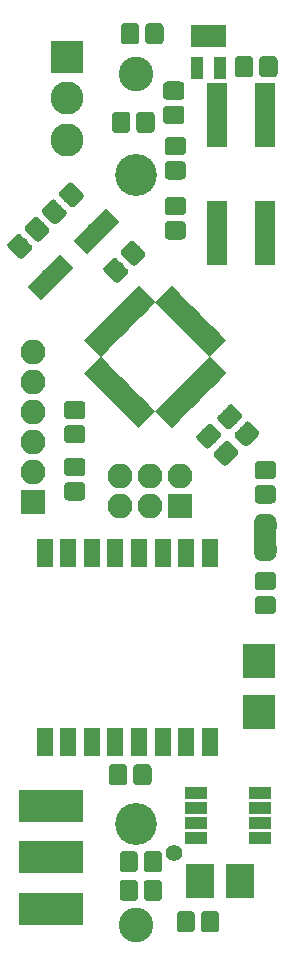
<source format=gbr>
G04 #@! TF.GenerationSoftware,KiCad,Pcbnew,(5.0.0)*
G04 #@! TF.CreationDate,2018-08-10T19:45:38+02:00*
G04 #@! TF.ProjectId,main,6D61696E2E6B696361645F7063620000,rev?*
G04 #@! TF.SameCoordinates,PX7b89fa0PY82ce540*
G04 #@! TF.FileFunction,Soldermask,Top*
G04 #@! TF.FilePolarity,Negative*
%FSLAX46Y46*%
G04 Gerber Fmt 4.6, Leading zero omitted, Abs format (unit mm)*
G04 Created by KiCad (PCBNEW (5.0.0)) date 08/10/18 19:45:38*
%MOMM*%
%LPD*%
G01*
G04 APERTURE LIST*
%ADD10R,1.050000X1.960000*%
%ADD11C,0.100000*%
%ADD12C,1.550000*%
%ADD13R,5.480000X2.690000*%
%ADD14R,5.480000X2.820000*%
%ADD15R,2.100000X2.100000*%
%ADD16O,2.100000X2.100000*%
%ADD17C,1.600000*%
%ADD18R,2.700000X2.900000*%
%ADD19C,0.500000*%
%ADD20R,1.900000X1.400000*%
%ADD21C,2.940000*%
%ADD22C,3.550000*%
%ADD23R,1.800000X5.400000*%
%ADD24C,0.950000*%
%ADD25R,1.950000X1.000000*%
%ADD26R,2.400000X1.050000*%
%ADD27R,1.400000X2.400000*%
%ADD28R,2.800000X2.800000*%
%ADD29C,2.800000*%
%ADD30C,1.400000*%
G04 APERTURE END LIST*
D10*
G04 #@! TO.C,U4*
X18476000Y79455000D03*
X17526000Y79455000D03*
X16576000Y79455000D03*
X16576000Y76755000D03*
X18476000Y76755000D03*
G04 #@! TD*
D11*
G04 #@! TO.C,C1*
G36*
X15328071Y65806377D02*
X15360781Y65801525D01*
X15392857Y65793491D01*
X15423991Y65782351D01*
X15453884Y65768213D01*
X15482247Y65751213D01*
X15508807Y65731515D01*
X15533308Y65709308D01*
X15555515Y65684807D01*
X15575213Y65658247D01*
X15592213Y65629884D01*
X15606351Y65599991D01*
X15617491Y65568857D01*
X15625525Y65536781D01*
X15630377Y65504071D01*
X15632000Y65471044D01*
X15632000Y64594956D01*
X15630377Y64561929D01*
X15625525Y64529219D01*
X15617491Y64497143D01*
X15606351Y64466009D01*
X15592213Y64436116D01*
X15575213Y64407753D01*
X15555515Y64381193D01*
X15533308Y64356692D01*
X15508807Y64334485D01*
X15482247Y64314787D01*
X15453884Y64297787D01*
X15423991Y64283649D01*
X15392857Y64272509D01*
X15360781Y64264475D01*
X15328071Y64259623D01*
X15295044Y64258000D01*
X14168956Y64258000D01*
X14135929Y64259623D01*
X14103219Y64264475D01*
X14071143Y64272509D01*
X14040009Y64283649D01*
X14010116Y64297787D01*
X13981753Y64314787D01*
X13955193Y64334485D01*
X13930692Y64356692D01*
X13908485Y64381193D01*
X13888787Y64407753D01*
X13871787Y64436116D01*
X13857649Y64466009D01*
X13846509Y64497143D01*
X13838475Y64529219D01*
X13833623Y64561929D01*
X13832000Y64594956D01*
X13832000Y65471044D01*
X13833623Y65504071D01*
X13838475Y65536781D01*
X13846509Y65568857D01*
X13857649Y65599991D01*
X13871787Y65629884D01*
X13888787Y65658247D01*
X13908485Y65684807D01*
X13930692Y65709308D01*
X13955193Y65731515D01*
X13981753Y65751213D01*
X14010116Y65768213D01*
X14040009Y65782351D01*
X14071143Y65793491D01*
X14103219Y65801525D01*
X14135929Y65806377D01*
X14168956Y65808000D01*
X15295044Y65808000D01*
X15328071Y65806377D01*
X15328071Y65806377D01*
G37*
D12*
X14732000Y65033000D03*
D11*
G36*
X15328071Y63756377D02*
X15360781Y63751525D01*
X15392857Y63743491D01*
X15423991Y63732351D01*
X15453884Y63718213D01*
X15482247Y63701213D01*
X15508807Y63681515D01*
X15533308Y63659308D01*
X15555515Y63634807D01*
X15575213Y63608247D01*
X15592213Y63579884D01*
X15606351Y63549991D01*
X15617491Y63518857D01*
X15625525Y63486781D01*
X15630377Y63454071D01*
X15632000Y63421044D01*
X15632000Y62544956D01*
X15630377Y62511929D01*
X15625525Y62479219D01*
X15617491Y62447143D01*
X15606351Y62416009D01*
X15592213Y62386116D01*
X15575213Y62357753D01*
X15555515Y62331193D01*
X15533308Y62306692D01*
X15508807Y62284485D01*
X15482247Y62264787D01*
X15453884Y62247787D01*
X15423991Y62233649D01*
X15392857Y62222509D01*
X15360781Y62214475D01*
X15328071Y62209623D01*
X15295044Y62208000D01*
X14168956Y62208000D01*
X14135929Y62209623D01*
X14103219Y62214475D01*
X14071143Y62222509D01*
X14040009Y62233649D01*
X14010116Y62247787D01*
X13981753Y62264787D01*
X13955193Y62284485D01*
X13930692Y62306692D01*
X13908485Y62331193D01*
X13888787Y62357753D01*
X13871787Y62386116D01*
X13857649Y62416009D01*
X13846509Y62447143D01*
X13838475Y62479219D01*
X13833623Y62511929D01*
X13832000Y62544956D01*
X13832000Y63421044D01*
X13833623Y63454071D01*
X13838475Y63486781D01*
X13846509Y63518857D01*
X13857649Y63549991D01*
X13871787Y63579884D01*
X13888787Y63608247D01*
X13908485Y63634807D01*
X13930692Y63659308D01*
X13955193Y63681515D01*
X13981753Y63701213D01*
X14010116Y63718213D01*
X14040009Y63732351D01*
X14071143Y63743491D01*
X14103219Y63751525D01*
X14135929Y63756377D01*
X14168956Y63758000D01*
X15295044Y63758000D01*
X15328071Y63756377D01*
X15328071Y63756377D01*
G37*
D12*
X14732000Y62983000D03*
G04 #@! TD*
D11*
G04 #@! TO.C,C2*
G36*
X11083423Y62092993D02*
X11116133Y62088141D01*
X11148209Y62080107D01*
X11179343Y62068967D01*
X11209236Y62054829D01*
X11237599Y62037829D01*
X11264159Y62018131D01*
X11288660Y61995924D01*
X12084924Y61199660D01*
X12107131Y61175159D01*
X12126829Y61148599D01*
X12143829Y61120236D01*
X12157967Y61090343D01*
X12169107Y61059209D01*
X12177141Y61027133D01*
X12181993Y60994423D01*
X12183616Y60961396D01*
X12181993Y60928369D01*
X12177141Y60895659D01*
X12169107Y60863583D01*
X12157967Y60832449D01*
X12143829Y60802556D01*
X12126829Y60774193D01*
X12107131Y60747633D01*
X12084924Y60723132D01*
X11465436Y60103644D01*
X11440935Y60081437D01*
X11414375Y60061739D01*
X11386012Y60044739D01*
X11356119Y60030601D01*
X11324985Y60019461D01*
X11292909Y60011427D01*
X11260199Y60006575D01*
X11227172Y60004952D01*
X11194145Y60006575D01*
X11161435Y60011427D01*
X11129359Y60019461D01*
X11098225Y60030601D01*
X11068332Y60044739D01*
X11039969Y60061739D01*
X11013409Y60081437D01*
X10988908Y60103644D01*
X10192644Y60899908D01*
X10170437Y60924409D01*
X10150739Y60950969D01*
X10133739Y60979332D01*
X10119601Y61009225D01*
X10108461Y61040359D01*
X10100427Y61072435D01*
X10095575Y61105145D01*
X10093952Y61138172D01*
X10095575Y61171199D01*
X10100427Y61203909D01*
X10108461Y61235985D01*
X10119601Y61267119D01*
X10133739Y61297012D01*
X10150739Y61325375D01*
X10170437Y61351935D01*
X10192644Y61376436D01*
X10812132Y61995924D01*
X10836633Y62018131D01*
X10863193Y62037829D01*
X10891556Y62054829D01*
X10921449Y62068967D01*
X10952583Y62080107D01*
X10984659Y62088141D01*
X11017369Y62092993D01*
X11050396Y62094616D01*
X11083423Y62092993D01*
X11083423Y62092993D01*
G37*
D12*
X11138784Y61049784D03*
D11*
G36*
X9633855Y60643425D02*
X9666565Y60638573D01*
X9698641Y60630539D01*
X9729775Y60619399D01*
X9759668Y60605261D01*
X9788031Y60588261D01*
X9814591Y60568563D01*
X9839092Y60546356D01*
X10635356Y59750092D01*
X10657563Y59725591D01*
X10677261Y59699031D01*
X10694261Y59670668D01*
X10708399Y59640775D01*
X10719539Y59609641D01*
X10727573Y59577565D01*
X10732425Y59544855D01*
X10734048Y59511828D01*
X10732425Y59478801D01*
X10727573Y59446091D01*
X10719539Y59414015D01*
X10708399Y59382881D01*
X10694261Y59352988D01*
X10677261Y59324625D01*
X10657563Y59298065D01*
X10635356Y59273564D01*
X10015868Y58654076D01*
X9991367Y58631869D01*
X9964807Y58612171D01*
X9936444Y58595171D01*
X9906551Y58581033D01*
X9875417Y58569893D01*
X9843341Y58561859D01*
X9810631Y58557007D01*
X9777604Y58555384D01*
X9744577Y58557007D01*
X9711867Y58561859D01*
X9679791Y58569893D01*
X9648657Y58581033D01*
X9618764Y58595171D01*
X9590401Y58612171D01*
X9563841Y58631869D01*
X9539340Y58654076D01*
X8743076Y59450340D01*
X8720869Y59474841D01*
X8701171Y59501401D01*
X8684171Y59529764D01*
X8670033Y59559657D01*
X8658893Y59590791D01*
X8650859Y59622867D01*
X8646007Y59655577D01*
X8644384Y59688604D01*
X8646007Y59721631D01*
X8650859Y59754341D01*
X8658893Y59786417D01*
X8670033Y59817551D01*
X8684171Y59847444D01*
X8701171Y59875807D01*
X8720869Y59902367D01*
X8743076Y59926868D01*
X9362564Y60546356D01*
X9387065Y60568563D01*
X9413625Y60588261D01*
X9441988Y60605261D01*
X9471881Y60619399D01*
X9503015Y60630539D01*
X9535091Y60638573D01*
X9567801Y60643425D01*
X9600828Y60645048D01*
X9633855Y60643425D01*
X9633855Y60643425D01*
G37*
D12*
X9689216Y59600216D03*
G04 #@! TD*
D11*
G04 #@! TO.C,C3*
G36*
X19462631Y48249993D02*
X19495341Y48245141D01*
X19527417Y48237107D01*
X19558551Y48225967D01*
X19588444Y48211829D01*
X19616807Y48194829D01*
X19643367Y48175131D01*
X19667868Y48152924D01*
X20287356Y47533436D01*
X20309563Y47508935D01*
X20329261Y47482375D01*
X20346261Y47454012D01*
X20360399Y47424119D01*
X20371539Y47392985D01*
X20379573Y47360909D01*
X20384425Y47328199D01*
X20386048Y47295172D01*
X20384425Y47262145D01*
X20379573Y47229435D01*
X20371539Y47197359D01*
X20360399Y47166225D01*
X20346261Y47136332D01*
X20329261Y47107969D01*
X20309563Y47081409D01*
X20287356Y47056908D01*
X19491092Y46260644D01*
X19466591Y46238437D01*
X19440031Y46218739D01*
X19411668Y46201739D01*
X19381775Y46187601D01*
X19350641Y46176461D01*
X19318565Y46168427D01*
X19285855Y46163575D01*
X19252828Y46161952D01*
X19219801Y46163575D01*
X19187091Y46168427D01*
X19155015Y46176461D01*
X19123881Y46187601D01*
X19093988Y46201739D01*
X19065625Y46218739D01*
X19039065Y46238437D01*
X19014564Y46260644D01*
X18395076Y46880132D01*
X18372869Y46904633D01*
X18353171Y46931193D01*
X18336171Y46959556D01*
X18322033Y46989449D01*
X18310893Y47020583D01*
X18302859Y47052659D01*
X18298007Y47085369D01*
X18296384Y47118396D01*
X18298007Y47151423D01*
X18302859Y47184133D01*
X18310893Y47216209D01*
X18322033Y47247343D01*
X18336171Y47277236D01*
X18353171Y47305599D01*
X18372869Y47332159D01*
X18395076Y47356660D01*
X19191340Y48152924D01*
X19215841Y48175131D01*
X19242401Y48194829D01*
X19270764Y48211829D01*
X19300657Y48225967D01*
X19331791Y48237107D01*
X19363867Y48245141D01*
X19396577Y48249993D01*
X19429604Y48251616D01*
X19462631Y48249993D01*
X19462631Y48249993D01*
G37*
D12*
X19341216Y47206784D03*
D11*
G36*
X20912199Y46800425D02*
X20944909Y46795573D01*
X20976985Y46787539D01*
X21008119Y46776399D01*
X21038012Y46762261D01*
X21066375Y46745261D01*
X21092935Y46725563D01*
X21117436Y46703356D01*
X21736924Y46083868D01*
X21759131Y46059367D01*
X21778829Y46032807D01*
X21795829Y46004444D01*
X21809967Y45974551D01*
X21821107Y45943417D01*
X21829141Y45911341D01*
X21833993Y45878631D01*
X21835616Y45845604D01*
X21833993Y45812577D01*
X21829141Y45779867D01*
X21821107Y45747791D01*
X21809967Y45716657D01*
X21795829Y45686764D01*
X21778829Y45658401D01*
X21759131Y45631841D01*
X21736924Y45607340D01*
X20940660Y44811076D01*
X20916159Y44788869D01*
X20889599Y44769171D01*
X20861236Y44752171D01*
X20831343Y44738033D01*
X20800209Y44726893D01*
X20768133Y44718859D01*
X20735423Y44714007D01*
X20702396Y44712384D01*
X20669369Y44714007D01*
X20636659Y44718859D01*
X20604583Y44726893D01*
X20573449Y44738033D01*
X20543556Y44752171D01*
X20515193Y44769171D01*
X20488633Y44788869D01*
X20464132Y44811076D01*
X19844644Y45430564D01*
X19822437Y45455065D01*
X19802739Y45481625D01*
X19785739Y45509988D01*
X19771601Y45539881D01*
X19760461Y45571015D01*
X19752427Y45603091D01*
X19747575Y45635801D01*
X19745952Y45668828D01*
X19747575Y45701855D01*
X19752427Y45734565D01*
X19760461Y45766641D01*
X19771601Y45797775D01*
X19785739Y45827668D01*
X19802739Y45856031D01*
X19822437Y45882591D01*
X19844644Y45907092D01*
X20640908Y46703356D01*
X20665409Y46725563D01*
X20691969Y46745261D01*
X20720332Y46762261D01*
X20750225Y46776399D01*
X20781359Y46787539D01*
X20813435Y46795573D01*
X20846145Y46800425D01*
X20879172Y46802048D01*
X20912199Y46800425D01*
X20912199Y46800425D01*
G37*
D12*
X20790784Y45757216D03*
G04 #@! TD*
D11*
G04 #@! TO.C,C4*
G36*
X19134199Y45149425D02*
X19166909Y45144573D01*
X19198985Y45136539D01*
X19230119Y45125399D01*
X19260012Y45111261D01*
X19288375Y45094261D01*
X19314935Y45074563D01*
X19339436Y45052356D01*
X19958924Y44432868D01*
X19981131Y44408367D01*
X20000829Y44381807D01*
X20017829Y44353444D01*
X20031967Y44323551D01*
X20043107Y44292417D01*
X20051141Y44260341D01*
X20055993Y44227631D01*
X20057616Y44194604D01*
X20055993Y44161577D01*
X20051141Y44128867D01*
X20043107Y44096791D01*
X20031967Y44065657D01*
X20017829Y44035764D01*
X20000829Y44007401D01*
X19981131Y43980841D01*
X19958924Y43956340D01*
X19162660Y43160076D01*
X19138159Y43137869D01*
X19111599Y43118171D01*
X19083236Y43101171D01*
X19053343Y43087033D01*
X19022209Y43075893D01*
X18990133Y43067859D01*
X18957423Y43063007D01*
X18924396Y43061384D01*
X18891369Y43063007D01*
X18858659Y43067859D01*
X18826583Y43075893D01*
X18795449Y43087033D01*
X18765556Y43101171D01*
X18737193Y43118171D01*
X18710633Y43137869D01*
X18686132Y43160076D01*
X18066644Y43779564D01*
X18044437Y43804065D01*
X18024739Y43830625D01*
X18007739Y43858988D01*
X17993601Y43888881D01*
X17982461Y43920015D01*
X17974427Y43952091D01*
X17969575Y43984801D01*
X17967952Y44017828D01*
X17969575Y44050855D01*
X17974427Y44083565D01*
X17982461Y44115641D01*
X17993601Y44146775D01*
X18007739Y44176668D01*
X18024739Y44205031D01*
X18044437Y44231591D01*
X18066644Y44256092D01*
X18862908Y45052356D01*
X18887409Y45074563D01*
X18913969Y45094261D01*
X18942332Y45111261D01*
X18972225Y45125399D01*
X19003359Y45136539D01*
X19035435Y45144573D01*
X19068145Y45149425D01*
X19101172Y45151048D01*
X19134199Y45149425D01*
X19134199Y45149425D01*
G37*
D12*
X19012784Y44106216D03*
D11*
G36*
X17684631Y46598993D02*
X17717341Y46594141D01*
X17749417Y46586107D01*
X17780551Y46574967D01*
X17810444Y46560829D01*
X17838807Y46543829D01*
X17865367Y46524131D01*
X17889868Y46501924D01*
X18509356Y45882436D01*
X18531563Y45857935D01*
X18551261Y45831375D01*
X18568261Y45803012D01*
X18582399Y45773119D01*
X18593539Y45741985D01*
X18601573Y45709909D01*
X18606425Y45677199D01*
X18608048Y45644172D01*
X18606425Y45611145D01*
X18601573Y45578435D01*
X18593539Y45546359D01*
X18582399Y45515225D01*
X18568261Y45485332D01*
X18551261Y45456969D01*
X18531563Y45430409D01*
X18509356Y45405908D01*
X17713092Y44609644D01*
X17688591Y44587437D01*
X17662031Y44567739D01*
X17633668Y44550739D01*
X17603775Y44536601D01*
X17572641Y44525461D01*
X17540565Y44517427D01*
X17507855Y44512575D01*
X17474828Y44510952D01*
X17441801Y44512575D01*
X17409091Y44517427D01*
X17377015Y44525461D01*
X17345881Y44536601D01*
X17315988Y44550739D01*
X17287625Y44567739D01*
X17261065Y44587437D01*
X17236564Y44609644D01*
X16617076Y45229132D01*
X16594869Y45253633D01*
X16575171Y45280193D01*
X16558171Y45308556D01*
X16544033Y45338449D01*
X16532893Y45369583D01*
X16524859Y45401659D01*
X16520007Y45434369D01*
X16518384Y45467396D01*
X16520007Y45500423D01*
X16524859Y45533133D01*
X16532893Y45565209D01*
X16544033Y45596343D01*
X16558171Y45626236D01*
X16575171Y45654599D01*
X16594869Y45681159D01*
X16617076Y45705660D01*
X17413340Y46501924D01*
X17437841Y46524131D01*
X17464401Y46543829D01*
X17492764Y46560829D01*
X17522657Y46574967D01*
X17553791Y46586107D01*
X17585867Y46594141D01*
X17618577Y46598993D01*
X17651604Y46600616D01*
X17684631Y46598993D01*
X17684631Y46598993D01*
G37*
D12*
X17563216Y45555784D03*
G04 #@! TD*
D11*
G04 #@! TO.C,C5*
G36*
X4426855Y65596425D02*
X4459565Y65591573D01*
X4491641Y65583539D01*
X4522775Y65572399D01*
X4552668Y65558261D01*
X4581031Y65541261D01*
X4607591Y65521563D01*
X4632092Y65499356D01*
X5428356Y64703092D01*
X5450563Y64678591D01*
X5470261Y64652031D01*
X5487261Y64623668D01*
X5501399Y64593775D01*
X5512539Y64562641D01*
X5520573Y64530565D01*
X5525425Y64497855D01*
X5527048Y64464828D01*
X5525425Y64431801D01*
X5520573Y64399091D01*
X5512539Y64367015D01*
X5501399Y64335881D01*
X5487261Y64305988D01*
X5470261Y64277625D01*
X5450563Y64251065D01*
X5428356Y64226564D01*
X4808868Y63607076D01*
X4784367Y63584869D01*
X4757807Y63565171D01*
X4729444Y63548171D01*
X4699551Y63534033D01*
X4668417Y63522893D01*
X4636341Y63514859D01*
X4603631Y63510007D01*
X4570604Y63508384D01*
X4537577Y63510007D01*
X4504867Y63514859D01*
X4472791Y63522893D01*
X4441657Y63534033D01*
X4411764Y63548171D01*
X4383401Y63565171D01*
X4356841Y63584869D01*
X4332340Y63607076D01*
X3536076Y64403340D01*
X3513869Y64427841D01*
X3494171Y64454401D01*
X3477171Y64482764D01*
X3463033Y64512657D01*
X3451893Y64543791D01*
X3443859Y64575867D01*
X3439007Y64608577D01*
X3437384Y64641604D01*
X3439007Y64674631D01*
X3443859Y64707341D01*
X3451893Y64739417D01*
X3463033Y64770551D01*
X3477171Y64800444D01*
X3494171Y64828807D01*
X3513869Y64855367D01*
X3536076Y64879868D01*
X4155564Y65499356D01*
X4180065Y65521563D01*
X4206625Y65541261D01*
X4234988Y65558261D01*
X4264881Y65572399D01*
X4296015Y65583539D01*
X4328091Y65591573D01*
X4360801Y65596425D01*
X4393828Y65598048D01*
X4426855Y65596425D01*
X4426855Y65596425D01*
G37*
D12*
X4482216Y64553216D03*
D11*
G36*
X5876423Y67045993D02*
X5909133Y67041141D01*
X5941209Y67033107D01*
X5972343Y67021967D01*
X6002236Y67007829D01*
X6030599Y66990829D01*
X6057159Y66971131D01*
X6081660Y66948924D01*
X6877924Y66152660D01*
X6900131Y66128159D01*
X6919829Y66101599D01*
X6936829Y66073236D01*
X6950967Y66043343D01*
X6962107Y66012209D01*
X6970141Y65980133D01*
X6974993Y65947423D01*
X6976616Y65914396D01*
X6974993Y65881369D01*
X6970141Y65848659D01*
X6962107Y65816583D01*
X6950967Y65785449D01*
X6936829Y65755556D01*
X6919829Y65727193D01*
X6900131Y65700633D01*
X6877924Y65676132D01*
X6258436Y65056644D01*
X6233935Y65034437D01*
X6207375Y65014739D01*
X6179012Y64997739D01*
X6149119Y64983601D01*
X6117985Y64972461D01*
X6085909Y64964427D01*
X6053199Y64959575D01*
X6020172Y64957952D01*
X5987145Y64959575D01*
X5954435Y64964427D01*
X5922359Y64972461D01*
X5891225Y64983601D01*
X5861332Y64997739D01*
X5832969Y65014739D01*
X5806409Y65034437D01*
X5781908Y65056644D01*
X4985644Y65852908D01*
X4963437Y65877409D01*
X4943739Y65903969D01*
X4926739Y65932332D01*
X4912601Y65962225D01*
X4901461Y65993359D01*
X4893427Y66025435D01*
X4888575Y66058145D01*
X4886952Y66091172D01*
X4888575Y66124199D01*
X4893427Y66156909D01*
X4901461Y66188985D01*
X4912601Y66220119D01*
X4926739Y66250012D01*
X4943739Y66278375D01*
X4963437Y66304935D01*
X4985644Y66329436D01*
X5605132Y66948924D01*
X5629633Y66971131D01*
X5656193Y66990829D01*
X5684556Y67007829D01*
X5714449Y67021967D01*
X5745583Y67033107D01*
X5777659Y67041141D01*
X5810369Y67045993D01*
X5843396Y67047616D01*
X5876423Y67045993D01*
X5876423Y67045993D01*
G37*
D12*
X5931784Y66002784D03*
G04 #@! TD*
D11*
G04 #@! TO.C,C6*
G36*
X1505855Y62675425D02*
X1538565Y62670573D01*
X1570641Y62662539D01*
X1601775Y62651399D01*
X1631668Y62637261D01*
X1660031Y62620261D01*
X1686591Y62600563D01*
X1711092Y62578356D01*
X2507356Y61782092D01*
X2529563Y61757591D01*
X2549261Y61731031D01*
X2566261Y61702668D01*
X2580399Y61672775D01*
X2591539Y61641641D01*
X2599573Y61609565D01*
X2604425Y61576855D01*
X2606048Y61543828D01*
X2604425Y61510801D01*
X2599573Y61478091D01*
X2591539Y61446015D01*
X2580399Y61414881D01*
X2566261Y61384988D01*
X2549261Y61356625D01*
X2529563Y61330065D01*
X2507356Y61305564D01*
X1887868Y60686076D01*
X1863367Y60663869D01*
X1836807Y60644171D01*
X1808444Y60627171D01*
X1778551Y60613033D01*
X1747417Y60601893D01*
X1715341Y60593859D01*
X1682631Y60589007D01*
X1649604Y60587384D01*
X1616577Y60589007D01*
X1583867Y60593859D01*
X1551791Y60601893D01*
X1520657Y60613033D01*
X1490764Y60627171D01*
X1462401Y60644171D01*
X1435841Y60663869D01*
X1411340Y60686076D01*
X615076Y61482340D01*
X592869Y61506841D01*
X573171Y61533401D01*
X556171Y61561764D01*
X542033Y61591657D01*
X530893Y61622791D01*
X522859Y61654867D01*
X518007Y61687577D01*
X516384Y61720604D01*
X518007Y61753631D01*
X522859Y61786341D01*
X530893Y61818417D01*
X542033Y61849551D01*
X556171Y61879444D01*
X573171Y61907807D01*
X592869Y61934367D01*
X615076Y61958868D01*
X1234564Y62578356D01*
X1259065Y62600563D01*
X1285625Y62620261D01*
X1313988Y62637261D01*
X1343881Y62651399D01*
X1375015Y62662539D01*
X1407091Y62670573D01*
X1439801Y62675425D01*
X1472828Y62677048D01*
X1505855Y62675425D01*
X1505855Y62675425D01*
G37*
D12*
X1561216Y61632216D03*
D11*
G36*
X2955423Y64124993D02*
X2988133Y64120141D01*
X3020209Y64112107D01*
X3051343Y64100967D01*
X3081236Y64086829D01*
X3109599Y64069829D01*
X3136159Y64050131D01*
X3160660Y64027924D01*
X3956924Y63231660D01*
X3979131Y63207159D01*
X3998829Y63180599D01*
X4015829Y63152236D01*
X4029967Y63122343D01*
X4041107Y63091209D01*
X4049141Y63059133D01*
X4053993Y63026423D01*
X4055616Y62993396D01*
X4053993Y62960369D01*
X4049141Y62927659D01*
X4041107Y62895583D01*
X4029967Y62864449D01*
X4015829Y62834556D01*
X3998829Y62806193D01*
X3979131Y62779633D01*
X3956924Y62755132D01*
X3337436Y62135644D01*
X3312935Y62113437D01*
X3286375Y62093739D01*
X3258012Y62076739D01*
X3228119Y62062601D01*
X3196985Y62051461D01*
X3164909Y62043427D01*
X3132199Y62038575D01*
X3099172Y62036952D01*
X3066145Y62038575D01*
X3033435Y62043427D01*
X3001359Y62051461D01*
X2970225Y62062601D01*
X2940332Y62076739D01*
X2911969Y62093739D01*
X2885409Y62113437D01*
X2860908Y62135644D01*
X2064644Y62931908D01*
X2042437Y62956409D01*
X2022739Y62982969D01*
X2005739Y63011332D01*
X1991601Y63041225D01*
X1980461Y63072359D01*
X1972427Y63104435D01*
X1967575Y63137145D01*
X1965952Y63170172D01*
X1967575Y63203199D01*
X1972427Y63235909D01*
X1980461Y63267985D01*
X1991601Y63299119D01*
X2005739Y63329012D01*
X2022739Y63357375D01*
X2042437Y63383935D01*
X2064644Y63408436D01*
X2684132Y64027924D01*
X2708633Y64050131D01*
X2735193Y64069829D01*
X2763556Y64086829D01*
X2793449Y64100967D01*
X2824583Y64112107D01*
X2856659Y64120141D01*
X2889369Y64124993D01*
X2922396Y64126616D01*
X2955423Y64124993D01*
X2955423Y64124993D01*
G37*
D12*
X3010784Y63081784D03*
G04 #@! TD*
D11*
G04 #@! TO.C,C8*
G36*
X15201071Y75585377D02*
X15233781Y75580525D01*
X15265857Y75572491D01*
X15296991Y75561351D01*
X15326884Y75547213D01*
X15355247Y75530213D01*
X15381807Y75510515D01*
X15406308Y75488308D01*
X15428515Y75463807D01*
X15448213Y75437247D01*
X15465213Y75408884D01*
X15479351Y75378991D01*
X15490491Y75347857D01*
X15498525Y75315781D01*
X15503377Y75283071D01*
X15505000Y75250044D01*
X15505000Y74373956D01*
X15503377Y74340929D01*
X15498525Y74308219D01*
X15490491Y74276143D01*
X15479351Y74245009D01*
X15465213Y74215116D01*
X15448213Y74186753D01*
X15428515Y74160193D01*
X15406308Y74135692D01*
X15381807Y74113485D01*
X15355247Y74093787D01*
X15326884Y74076787D01*
X15296991Y74062649D01*
X15265857Y74051509D01*
X15233781Y74043475D01*
X15201071Y74038623D01*
X15168044Y74037000D01*
X14041956Y74037000D01*
X14008929Y74038623D01*
X13976219Y74043475D01*
X13944143Y74051509D01*
X13913009Y74062649D01*
X13883116Y74076787D01*
X13854753Y74093787D01*
X13828193Y74113485D01*
X13803692Y74135692D01*
X13781485Y74160193D01*
X13761787Y74186753D01*
X13744787Y74215116D01*
X13730649Y74245009D01*
X13719509Y74276143D01*
X13711475Y74308219D01*
X13706623Y74340929D01*
X13705000Y74373956D01*
X13705000Y75250044D01*
X13706623Y75283071D01*
X13711475Y75315781D01*
X13719509Y75347857D01*
X13730649Y75378991D01*
X13744787Y75408884D01*
X13761787Y75437247D01*
X13781485Y75463807D01*
X13803692Y75488308D01*
X13828193Y75510515D01*
X13854753Y75530213D01*
X13883116Y75547213D01*
X13913009Y75561351D01*
X13944143Y75572491D01*
X13976219Y75580525D01*
X14008929Y75585377D01*
X14041956Y75587000D01*
X15168044Y75587000D01*
X15201071Y75585377D01*
X15201071Y75585377D01*
G37*
D12*
X14605000Y74812000D03*
D11*
G36*
X15201071Y73535377D02*
X15233781Y73530525D01*
X15265857Y73522491D01*
X15296991Y73511351D01*
X15326884Y73497213D01*
X15355247Y73480213D01*
X15381807Y73460515D01*
X15406308Y73438308D01*
X15428515Y73413807D01*
X15448213Y73387247D01*
X15465213Y73358884D01*
X15479351Y73328991D01*
X15490491Y73297857D01*
X15498525Y73265781D01*
X15503377Y73233071D01*
X15505000Y73200044D01*
X15505000Y72323956D01*
X15503377Y72290929D01*
X15498525Y72258219D01*
X15490491Y72226143D01*
X15479351Y72195009D01*
X15465213Y72165116D01*
X15448213Y72136753D01*
X15428515Y72110193D01*
X15406308Y72085692D01*
X15381807Y72063485D01*
X15355247Y72043787D01*
X15326884Y72026787D01*
X15296991Y72012649D01*
X15265857Y72001509D01*
X15233781Y71993475D01*
X15201071Y71988623D01*
X15168044Y71987000D01*
X14041956Y71987000D01*
X14008929Y71988623D01*
X13976219Y71993475D01*
X13944143Y72001509D01*
X13913009Y72012649D01*
X13883116Y72026787D01*
X13854753Y72043787D01*
X13828193Y72063485D01*
X13803692Y72085692D01*
X13781485Y72110193D01*
X13761787Y72136753D01*
X13744787Y72165116D01*
X13730649Y72195009D01*
X13719509Y72226143D01*
X13711475Y72258219D01*
X13706623Y72290929D01*
X13705000Y72323956D01*
X13705000Y73200044D01*
X13706623Y73233071D01*
X13711475Y73265781D01*
X13719509Y73297857D01*
X13730649Y73328991D01*
X13744787Y73358884D01*
X13761787Y73387247D01*
X13781485Y73413807D01*
X13803692Y73438308D01*
X13828193Y73460515D01*
X13854753Y73480213D01*
X13883116Y73497213D01*
X13913009Y73511351D01*
X13944143Y73522491D01*
X13976219Y73530525D01*
X14008929Y73535377D01*
X14041956Y73537000D01*
X15168044Y73537000D01*
X15201071Y73535377D01*
X15201071Y73535377D01*
G37*
D12*
X14605000Y72762000D03*
G04 #@! TD*
D11*
G04 #@! TO.C,C9*
G36*
X10368071Y17789377D02*
X10400781Y17784525D01*
X10432857Y17776491D01*
X10463991Y17765351D01*
X10493884Y17751213D01*
X10522247Y17734213D01*
X10548807Y17714515D01*
X10573308Y17692308D01*
X10595515Y17667807D01*
X10615213Y17641247D01*
X10632213Y17612884D01*
X10646351Y17582991D01*
X10657491Y17551857D01*
X10665525Y17519781D01*
X10670377Y17487071D01*
X10672000Y17454044D01*
X10672000Y16327956D01*
X10670377Y16294929D01*
X10665525Y16262219D01*
X10657491Y16230143D01*
X10646351Y16199009D01*
X10632213Y16169116D01*
X10615213Y16140753D01*
X10595515Y16114193D01*
X10573308Y16089692D01*
X10548807Y16067485D01*
X10522247Y16047787D01*
X10493884Y16030787D01*
X10463991Y16016649D01*
X10432857Y16005509D01*
X10400781Y15997475D01*
X10368071Y15992623D01*
X10335044Y15991000D01*
X9458956Y15991000D01*
X9425929Y15992623D01*
X9393219Y15997475D01*
X9361143Y16005509D01*
X9330009Y16016649D01*
X9300116Y16030787D01*
X9271753Y16047787D01*
X9245193Y16067485D01*
X9220692Y16089692D01*
X9198485Y16114193D01*
X9178787Y16140753D01*
X9161787Y16169116D01*
X9147649Y16199009D01*
X9136509Y16230143D01*
X9128475Y16262219D01*
X9123623Y16294929D01*
X9122000Y16327956D01*
X9122000Y17454044D01*
X9123623Y17487071D01*
X9128475Y17519781D01*
X9136509Y17551857D01*
X9147649Y17582991D01*
X9161787Y17612884D01*
X9178787Y17641247D01*
X9198485Y17667807D01*
X9220692Y17692308D01*
X9245193Y17714515D01*
X9271753Y17734213D01*
X9300116Y17751213D01*
X9330009Y17765351D01*
X9361143Y17776491D01*
X9393219Y17784525D01*
X9425929Y17789377D01*
X9458956Y17791000D01*
X10335044Y17791000D01*
X10368071Y17789377D01*
X10368071Y17789377D01*
G37*
D12*
X9897000Y16891000D03*
D11*
G36*
X12418071Y17789377D02*
X12450781Y17784525D01*
X12482857Y17776491D01*
X12513991Y17765351D01*
X12543884Y17751213D01*
X12572247Y17734213D01*
X12598807Y17714515D01*
X12623308Y17692308D01*
X12645515Y17667807D01*
X12665213Y17641247D01*
X12682213Y17612884D01*
X12696351Y17582991D01*
X12707491Y17551857D01*
X12715525Y17519781D01*
X12720377Y17487071D01*
X12722000Y17454044D01*
X12722000Y16327956D01*
X12720377Y16294929D01*
X12715525Y16262219D01*
X12707491Y16230143D01*
X12696351Y16199009D01*
X12682213Y16169116D01*
X12665213Y16140753D01*
X12645515Y16114193D01*
X12623308Y16089692D01*
X12598807Y16067485D01*
X12572247Y16047787D01*
X12543884Y16030787D01*
X12513991Y16016649D01*
X12482857Y16005509D01*
X12450781Y15997475D01*
X12418071Y15992623D01*
X12385044Y15991000D01*
X11508956Y15991000D01*
X11475929Y15992623D01*
X11443219Y15997475D01*
X11411143Y16005509D01*
X11380009Y16016649D01*
X11350116Y16030787D01*
X11321753Y16047787D01*
X11295193Y16067485D01*
X11270692Y16089692D01*
X11248485Y16114193D01*
X11228787Y16140753D01*
X11211787Y16169116D01*
X11197649Y16199009D01*
X11186509Y16230143D01*
X11178475Y16262219D01*
X11173623Y16294929D01*
X11172000Y16327956D01*
X11172000Y17454044D01*
X11173623Y17487071D01*
X11178475Y17519781D01*
X11186509Y17551857D01*
X11197649Y17582991D01*
X11211787Y17612884D01*
X11228787Y17641247D01*
X11248485Y17667807D01*
X11270692Y17692308D01*
X11295193Y17714515D01*
X11321753Y17734213D01*
X11350116Y17751213D01*
X11380009Y17765351D01*
X11411143Y17776491D01*
X11443219Y17784525D01*
X11475929Y17789377D01*
X11508956Y17791000D01*
X12385044Y17791000D01*
X12418071Y17789377D01*
X12418071Y17789377D01*
G37*
D12*
X11947000Y16891000D03*
G04 #@! TD*
D11*
G04 #@! TO.C,C10*
G36*
X11257071Y8010377D02*
X11289781Y8005525D01*
X11321857Y7997491D01*
X11352991Y7986351D01*
X11382884Y7972213D01*
X11411247Y7955213D01*
X11437807Y7935515D01*
X11462308Y7913308D01*
X11484515Y7888807D01*
X11504213Y7862247D01*
X11521213Y7833884D01*
X11535351Y7803991D01*
X11546491Y7772857D01*
X11554525Y7740781D01*
X11559377Y7708071D01*
X11561000Y7675044D01*
X11561000Y6548956D01*
X11559377Y6515929D01*
X11554525Y6483219D01*
X11546491Y6451143D01*
X11535351Y6420009D01*
X11521213Y6390116D01*
X11504213Y6361753D01*
X11484515Y6335193D01*
X11462308Y6310692D01*
X11437807Y6288485D01*
X11411247Y6268787D01*
X11382884Y6251787D01*
X11352991Y6237649D01*
X11321857Y6226509D01*
X11289781Y6218475D01*
X11257071Y6213623D01*
X11224044Y6212000D01*
X10347956Y6212000D01*
X10314929Y6213623D01*
X10282219Y6218475D01*
X10250143Y6226509D01*
X10219009Y6237649D01*
X10189116Y6251787D01*
X10160753Y6268787D01*
X10134193Y6288485D01*
X10109692Y6310692D01*
X10087485Y6335193D01*
X10067787Y6361753D01*
X10050787Y6390116D01*
X10036649Y6420009D01*
X10025509Y6451143D01*
X10017475Y6483219D01*
X10012623Y6515929D01*
X10011000Y6548956D01*
X10011000Y7675044D01*
X10012623Y7708071D01*
X10017475Y7740781D01*
X10025509Y7772857D01*
X10036649Y7803991D01*
X10050787Y7833884D01*
X10067787Y7862247D01*
X10087485Y7888807D01*
X10109692Y7913308D01*
X10134193Y7935515D01*
X10160753Y7955213D01*
X10189116Y7972213D01*
X10219009Y7986351D01*
X10250143Y7997491D01*
X10282219Y8005525D01*
X10314929Y8010377D01*
X10347956Y8012000D01*
X11224044Y8012000D01*
X11257071Y8010377D01*
X11257071Y8010377D01*
G37*
D12*
X10786000Y7112000D03*
D11*
G36*
X13307071Y8010377D02*
X13339781Y8005525D01*
X13371857Y7997491D01*
X13402991Y7986351D01*
X13432884Y7972213D01*
X13461247Y7955213D01*
X13487807Y7935515D01*
X13512308Y7913308D01*
X13534515Y7888807D01*
X13554213Y7862247D01*
X13571213Y7833884D01*
X13585351Y7803991D01*
X13596491Y7772857D01*
X13604525Y7740781D01*
X13609377Y7708071D01*
X13611000Y7675044D01*
X13611000Y6548956D01*
X13609377Y6515929D01*
X13604525Y6483219D01*
X13596491Y6451143D01*
X13585351Y6420009D01*
X13571213Y6390116D01*
X13554213Y6361753D01*
X13534515Y6335193D01*
X13512308Y6310692D01*
X13487807Y6288485D01*
X13461247Y6268787D01*
X13432884Y6251787D01*
X13402991Y6237649D01*
X13371857Y6226509D01*
X13339781Y6218475D01*
X13307071Y6213623D01*
X13274044Y6212000D01*
X12397956Y6212000D01*
X12364929Y6213623D01*
X12332219Y6218475D01*
X12300143Y6226509D01*
X12269009Y6237649D01*
X12239116Y6251787D01*
X12210753Y6268787D01*
X12184193Y6288485D01*
X12159692Y6310692D01*
X12137485Y6335193D01*
X12117787Y6361753D01*
X12100787Y6390116D01*
X12086649Y6420009D01*
X12075509Y6451143D01*
X12067475Y6483219D01*
X12062623Y6515929D01*
X12061000Y6548956D01*
X12061000Y7675044D01*
X12062623Y7708071D01*
X12067475Y7740781D01*
X12075509Y7772857D01*
X12086649Y7803991D01*
X12100787Y7833884D01*
X12117787Y7862247D01*
X12137485Y7888807D01*
X12159692Y7913308D01*
X12184193Y7935515D01*
X12210753Y7955213D01*
X12239116Y7972213D01*
X12269009Y7986351D01*
X12300143Y7997491D01*
X12332219Y8005525D01*
X12364929Y8010377D01*
X12397956Y8012000D01*
X13274044Y8012000D01*
X13307071Y8010377D01*
X13307071Y8010377D01*
G37*
D12*
X12836000Y7112000D03*
G04 #@! TD*
D11*
G04 #@! TO.C,C11*
G36*
X11384071Y80527377D02*
X11416781Y80522525D01*
X11448857Y80514491D01*
X11479991Y80503351D01*
X11509884Y80489213D01*
X11538247Y80472213D01*
X11564807Y80452515D01*
X11589308Y80430308D01*
X11611515Y80405807D01*
X11631213Y80379247D01*
X11648213Y80350884D01*
X11662351Y80320991D01*
X11673491Y80289857D01*
X11681525Y80257781D01*
X11686377Y80225071D01*
X11688000Y80192044D01*
X11688000Y79065956D01*
X11686377Y79032929D01*
X11681525Y79000219D01*
X11673491Y78968143D01*
X11662351Y78937009D01*
X11648213Y78907116D01*
X11631213Y78878753D01*
X11611515Y78852193D01*
X11589308Y78827692D01*
X11564807Y78805485D01*
X11538247Y78785787D01*
X11509884Y78768787D01*
X11479991Y78754649D01*
X11448857Y78743509D01*
X11416781Y78735475D01*
X11384071Y78730623D01*
X11351044Y78729000D01*
X10474956Y78729000D01*
X10441929Y78730623D01*
X10409219Y78735475D01*
X10377143Y78743509D01*
X10346009Y78754649D01*
X10316116Y78768787D01*
X10287753Y78785787D01*
X10261193Y78805485D01*
X10236692Y78827692D01*
X10214485Y78852193D01*
X10194787Y78878753D01*
X10177787Y78907116D01*
X10163649Y78937009D01*
X10152509Y78968143D01*
X10144475Y79000219D01*
X10139623Y79032929D01*
X10138000Y79065956D01*
X10138000Y80192044D01*
X10139623Y80225071D01*
X10144475Y80257781D01*
X10152509Y80289857D01*
X10163649Y80320991D01*
X10177787Y80350884D01*
X10194787Y80379247D01*
X10214485Y80405807D01*
X10236692Y80430308D01*
X10261193Y80452515D01*
X10287753Y80472213D01*
X10316116Y80489213D01*
X10346009Y80503351D01*
X10377143Y80514491D01*
X10409219Y80522525D01*
X10441929Y80527377D01*
X10474956Y80529000D01*
X11351044Y80529000D01*
X11384071Y80527377D01*
X11384071Y80527377D01*
G37*
D12*
X10913000Y79629000D03*
D11*
G36*
X13434071Y80527377D02*
X13466781Y80522525D01*
X13498857Y80514491D01*
X13529991Y80503351D01*
X13559884Y80489213D01*
X13588247Y80472213D01*
X13614807Y80452515D01*
X13639308Y80430308D01*
X13661515Y80405807D01*
X13681213Y80379247D01*
X13698213Y80350884D01*
X13712351Y80320991D01*
X13723491Y80289857D01*
X13731525Y80257781D01*
X13736377Y80225071D01*
X13738000Y80192044D01*
X13738000Y79065956D01*
X13736377Y79032929D01*
X13731525Y79000219D01*
X13723491Y78968143D01*
X13712351Y78937009D01*
X13698213Y78907116D01*
X13681213Y78878753D01*
X13661515Y78852193D01*
X13639308Y78827692D01*
X13614807Y78805485D01*
X13588247Y78785787D01*
X13559884Y78768787D01*
X13529991Y78754649D01*
X13498857Y78743509D01*
X13466781Y78735475D01*
X13434071Y78730623D01*
X13401044Y78729000D01*
X12524956Y78729000D01*
X12491929Y78730623D01*
X12459219Y78735475D01*
X12427143Y78743509D01*
X12396009Y78754649D01*
X12366116Y78768787D01*
X12337753Y78785787D01*
X12311193Y78805485D01*
X12286692Y78827692D01*
X12264485Y78852193D01*
X12244787Y78878753D01*
X12227787Y78907116D01*
X12213649Y78937009D01*
X12202509Y78968143D01*
X12194475Y79000219D01*
X12189623Y79032929D01*
X12188000Y79065956D01*
X12188000Y80192044D01*
X12189623Y80225071D01*
X12194475Y80257781D01*
X12202509Y80289857D01*
X12213649Y80320991D01*
X12227787Y80350884D01*
X12244787Y80379247D01*
X12264485Y80405807D01*
X12286692Y80430308D01*
X12311193Y80452515D01*
X12337753Y80472213D01*
X12366116Y80489213D01*
X12396009Y80503351D01*
X12427143Y80514491D01*
X12459219Y80522525D01*
X12491929Y80527377D01*
X12524956Y80529000D01*
X13401044Y80529000D01*
X13434071Y80527377D01*
X13434071Y80527377D01*
G37*
D12*
X12963000Y79629000D03*
G04 #@! TD*
D11*
G04 #@! TO.C,C12*
G36*
X21036071Y77733377D02*
X21068781Y77728525D01*
X21100857Y77720491D01*
X21131991Y77709351D01*
X21161884Y77695213D01*
X21190247Y77678213D01*
X21216807Y77658515D01*
X21241308Y77636308D01*
X21263515Y77611807D01*
X21283213Y77585247D01*
X21300213Y77556884D01*
X21314351Y77526991D01*
X21325491Y77495857D01*
X21333525Y77463781D01*
X21338377Y77431071D01*
X21340000Y77398044D01*
X21340000Y76271956D01*
X21338377Y76238929D01*
X21333525Y76206219D01*
X21325491Y76174143D01*
X21314351Y76143009D01*
X21300213Y76113116D01*
X21283213Y76084753D01*
X21263515Y76058193D01*
X21241308Y76033692D01*
X21216807Y76011485D01*
X21190247Y75991787D01*
X21161884Y75974787D01*
X21131991Y75960649D01*
X21100857Y75949509D01*
X21068781Y75941475D01*
X21036071Y75936623D01*
X21003044Y75935000D01*
X20126956Y75935000D01*
X20093929Y75936623D01*
X20061219Y75941475D01*
X20029143Y75949509D01*
X19998009Y75960649D01*
X19968116Y75974787D01*
X19939753Y75991787D01*
X19913193Y76011485D01*
X19888692Y76033692D01*
X19866485Y76058193D01*
X19846787Y76084753D01*
X19829787Y76113116D01*
X19815649Y76143009D01*
X19804509Y76174143D01*
X19796475Y76206219D01*
X19791623Y76238929D01*
X19790000Y76271956D01*
X19790000Y77398044D01*
X19791623Y77431071D01*
X19796475Y77463781D01*
X19804509Y77495857D01*
X19815649Y77526991D01*
X19829787Y77556884D01*
X19846787Y77585247D01*
X19866485Y77611807D01*
X19888692Y77636308D01*
X19913193Y77658515D01*
X19939753Y77678213D01*
X19968116Y77695213D01*
X19998009Y77709351D01*
X20029143Y77720491D01*
X20061219Y77728525D01*
X20093929Y77733377D01*
X20126956Y77735000D01*
X21003044Y77735000D01*
X21036071Y77733377D01*
X21036071Y77733377D01*
G37*
D12*
X20565000Y76835000D03*
D11*
G36*
X23086071Y77733377D02*
X23118781Y77728525D01*
X23150857Y77720491D01*
X23181991Y77709351D01*
X23211884Y77695213D01*
X23240247Y77678213D01*
X23266807Y77658515D01*
X23291308Y77636308D01*
X23313515Y77611807D01*
X23333213Y77585247D01*
X23350213Y77556884D01*
X23364351Y77526991D01*
X23375491Y77495857D01*
X23383525Y77463781D01*
X23388377Y77431071D01*
X23390000Y77398044D01*
X23390000Y76271956D01*
X23388377Y76238929D01*
X23383525Y76206219D01*
X23375491Y76174143D01*
X23364351Y76143009D01*
X23350213Y76113116D01*
X23333213Y76084753D01*
X23313515Y76058193D01*
X23291308Y76033692D01*
X23266807Y76011485D01*
X23240247Y75991787D01*
X23211884Y75974787D01*
X23181991Y75960649D01*
X23150857Y75949509D01*
X23118781Y75941475D01*
X23086071Y75936623D01*
X23053044Y75935000D01*
X22176956Y75935000D01*
X22143929Y75936623D01*
X22111219Y75941475D01*
X22079143Y75949509D01*
X22048009Y75960649D01*
X22018116Y75974787D01*
X21989753Y75991787D01*
X21963193Y76011485D01*
X21938692Y76033692D01*
X21916485Y76058193D01*
X21896787Y76084753D01*
X21879787Y76113116D01*
X21865649Y76143009D01*
X21854509Y76174143D01*
X21846475Y76206219D01*
X21841623Y76238929D01*
X21840000Y76271956D01*
X21840000Y77398044D01*
X21841623Y77431071D01*
X21846475Y77463781D01*
X21854509Y77495857D01*
X21865649Y77526991D01*
X21879787Y77556884D01*
X21896787Y77585247D01*
X21916485Y77611807D01*
X21938692Y77636308D01*
X21963193Y77658515D01*
X21989753Y77678213D01*
X22018116Y77695213D01*
X22048009Y77709351D01*
X22079143Y77720491D01*
X22111219Y77728525D01*
X22143929Y77733377D01*
X22176956Y77735000D01*
X23053044Y77735000D01*
X23086071Y77733377D01*
X23086071Y77733377D01*
G37*
D12*
X22615000Y76835000D03*
G04 #@! TD*
D13*
G04 #@! TO.C,J2*
X4249000Y9906000D03*
D14*
X4249000Y14286000D03*
X4249000Y5526000D03*
G04 #@! TD*
D15*
G04 #@! TO.C,J3*
X2667000Y40005000D03*
D16*
X2667000Y42545000D03*
X2667000Y45085000D03*
X2667000Y47625000D03*
X2667000Y50165000D03*
X2667000Y52705000D03*
G04 #@! TD*
D15*
G04 #@! TO.C,J4*
X15113000Y39624000D03*
D16*
X15113000Y42164000D03*
X12573000Y39624000D03*
X12573000Y42164000D03*
X10033000Y39624000D03*
X10033000Y42164000D03*
G04 #@! TD*
D17*
G04 #@! TO.C,Y1*
X4151456Y59015456D03*
D11*
G36*
X3338283Y57070912D02*
X2206912Y58202283D01*
X4964629Y60960000D01*
X6096000Y59828629D01*
X3338283Y57070912D01*
X3338283Y57070912D01*
G37*
D17*
X8040544Y62904544D03*
D11*
G36*
X7227371Y60960000D02*
X6096000Y62091371D01*
X8853717Y64849088D01*
X9985088Y63717717D01*
X7227371Y60960000D01*
X7227371Y60960000D01*
G37*
G04 #@! TD*
D18*
G04 #@! TO.C,C7*
X21844000Y22225000D03*
X21844000Y26525000D03*
G04 #@! TD*
D19*
G04 #@! TO.C,JP1*
X22352000Y35687000D03*
D11*
G36*
X21405843Y36276018D02*
X21417224Y36313537D01*
X21435706Y36348114D01*
X21460579Y36378421D01*
X21490886Y36403294D01*
X21525463Y36421776D01*
X21562982Y36433157D01*
X21602000Y36437000D01*
X23102000Y36437000D01*
X23141018Y36433157D01*
X23178537Y36421776D01*
X23213114Y36403294D01*
X23243421Y36378421D01*
X23268294Y36348114D01*
X23286776Y36313537D01*
X23298157Y36276018D01*
X23302000Y36237000D01*
X23302000Y35687000D01*
X23301398Y35680888D01*
X23301398Y35662466D01*
X23300435Y35642860D01*
X23295625Y35594029D01*
X23292746Y35574620D01*
X23283174Y35526495D01*
X23278404Y35507452D01*
X23264160Y35460497D01*
X23257549Y35442020D01*
X23238772Y35396687D01*
X23230377Y35378939D01*
X23207246Y35335666D01*
X23197160Y35318838D01*
X23169900Y35278039D01*
X23158205Y35262270D01*
X23127077Y35224341D01*
X23113897Y35209800D01*
X23079200Y35175103D01*
X23064659Y35161923D01*
X23026730Y35130795D01*
X23010961Y35119100D01*
X22970162Y35091840D01*
X22953334Y35081754D01*
X22910061Y35058623D01*
X22892313Y35050228D01*
X22846980Y35031451D01*
X22828503Y35024840D01*
X22781548Y35010596D01*
X22762505Y35005826D01*
X22714380Y34996254D01*
X22694971Y34993375D01*
X22646140Y34988565D01*
X22626534Y34987602D01*
X22608112Y34987602D01*
X22602000Y34987000D01*
X22102000Y34987000D01*
X22095888Y34987602D01*
X22077466Y34987602D01*
X22057860Y34988565D01*
X22009029Y34993375D01*
X21989620Y34996254D01*
X21941495Y35005826D01*
X21922452Y35010596D01*
X21875497Y35024840D01*
X21857020Y35031451D01*
X21811687Y35050228D01*
X21793939Y35058623D01*
X21750666Y35081754D01*
X21733838Y35091840D01*
X21693039Y35119100D01*
X21677270Y35130795D01*
X21639341Y35161923D01*
X21624800Y35175103D01*
X21590103Y35209800D01*
X21576923Y35224341D01*
X21545795Y35262270D01*
X21534100Y35278039D01*
X21506840Y35318838D01*
X21496754Y35335666D01*
X21473623Y35378939D01*
X21465228Y35396687D01*
X21446451Y35442020D01*
X21439840Y35460497D01*
X21425596Y35507452D01*
X21420826Y35526495D01*
X21411254Y35574620D01*
X21408375Y35594029D01*
X21403565Y35642860D01*
X21402602Y35662466D01*
X21402602Y35680888D01*
X21402000Y35687000D01*
X21402000Y36237000D01*
X21405843Y36276018D01*
X21405843Y36276018D01*
G37*
D19*
X22352000Y38287000D03*
D11*
G36*
X21402602Y38293112D02*
X21402602Y38311534D01*
X21403565Y38331140D01*
X21408375Y38379971D01*
X21411254Y38399380D01*
X21420826Y38447505D01*
X21425596Y38466548D01*
X21439840Y38513503D01*
X21446451Y38531980D01*
X21465228Y38577313D01*
X21473623Y38595061D01*
X21496754Y38638334D01*
X21506840Y38655162D01*
X21534100Y38695961D01*
X21545795Y38711730D01*
X21576923Y38749659D01*
X21590103Y38764200D01*
X21624800Y38798897D01*
X21639341Y38812077D01*
X21677270Y38843205D01*
X21693039Y38854900D01*
X21733838Y38882160D01*
X21750666Y38892246D01*
X21793939Y38915377D01*
X21811687Y38923772D01*
X21857020Y38942549D01*
X21875497Y38949160D01*
X21922452Y38963404D01*
X21941495Y38968174D01*
X21989620Y38977746D01*
X22009029Y38980625D01*
X22057860Y38985435D01*
X22077466Y38986398D01*
X22095888Y38986398D01*
X22102000Y38987000D01*
X22602000Y38987000D01*
X22608112Y38986398D01*
X22626534Y38986398D01*
X22646140Y38985435D01*
X22694971Y38980625D01*
X22714380Y38977746D01*
X22762505Y38968174D01*
X22781548Y38963404D01*
X22828503Y38949160D01*
X22846980Y38942549D01*
X22892313Y38923772D01*
X22910061Y38915377D01*
X22953334Y38892246D01*
X22970162Y38882160D01*
X23010961Y38854900D01*
X23026730Y38843205D01*
X23064659Y38812077D01*
X23079200Y38798897D01*
X23113897Y38764200D01*
X23127077Y38749659D01*
X23158205Y38711730D01*
X23169900Y38695961D01*
X23197160Y38655162D01*
X23207246Y38638334D01*
X23230377Y38595061D01*
X23238772Y38577313D01*
X23257549Y38531980D01*
X23264160Y38513503D01*
X23278404Y38466548D01*
X23283174Y38447505D01*
X23292746Y38399380D01*
X23295625Y38379971D01*
X23300435Y38331140D01*
X23301398Y38311534D01*
X23301398Y38293112D01*
X23302000Y38287000D01*
X23302000Y37737000D01*
X23298157Y37697982D01*
X23286776Y37660463D01*
X23268294Y37625886D01*
X23243421Y37595579D01*
X23213114Y37570706D01*
X23178537Y37552224D01*
X23141018Y37540843D01*
X23102000Y37537000D01*
X21602000Y37537000D01*
X21562982Y37540843D01*
X21525463Y37552224D01*
X21490886Y37570706D01*
X21460579Y37595579D01*
X21435706Y37625886D01*
X21417224Y37660463D01*
X21405843Y37697982D01*
X21402000Y37737000D01*
X21402000Y38287000D01*
X21402602Y38293112D01*
X21402602Y38293112D01*
G37*
D20*
X22352000Y36987000D03*
G04 #@! TD*
D11*
G04 #@! TO.C,D1*
G36*
X6819071Y46493377D02*
X6851781Y46488525D01*
X6883857Y46480491D01*
X6914991Y46469351D01*
X6944884Y46455213D01*
X6973247Y46438213D01*
X6999807Y46418515D01*
X7024308Y46396308D01*
X7046515Y46371807D01*
X7066213Y46345247D01*
X7083213Y46316884D01*
X7097351Y46286991D01*
X7108491Y46255857D01*
X7116525Y46223781D01*
X7121377Y46191071D01*
X7123000Y46158044D01*
X7123000Y45281956D01*
X7121377Y45248929D01*
X7116525Y45216219D01*
X7108491Y45184143D01*
X7097351Y45153009D01*
X7083213Y45123116D01*
X7066213Y45094753D01*
X7046515Y45068193D01*
X7024308Y45043692D01*
X6999807Y45021485D01*
X6973247Y45001787D01*
X6944884Y44984787D01*
X6914991Y44970649D01*
X6883857Y44959509D01*
X6851781Y44951475D01*
X6819071Y44946623D01*
X6786044Y44945000D01*
X5659956Y44945000D01*
X5626929Y44946623D01*
X5594219Y44951475D01*
X5562143Y44959509D01*
X5531009Y44970649D01*
X5501116Y44984787D01*
X5472753Y45001787D01*
X5446193Y45021485D01*
X5421692Y45043692D01*
X5399485Y45068193D01*
X5379787Y45094753D01*
X5362787Y45123116D01*
X5348649Y45153009D01*
X5337509Y45184143D01*
X5329475Y45216219D01*
X5324623Y45248929D01*
X5323000Y45281956D01*
X5323000Y46158044D01*
X5324623Y46191071D01*
X5329475Y46223781D01*
X5337509Y46255857D01*
X5348649Y46286991D01*
X5362787Y46316884D01*
X5379787Y46345247D01*
X5399485Y46371807D01*
X5421692Y46396308D01*
X5446193Y46418515D01*
X5472753Y46438213D01*
X5501116Y46455213D01*
X5531009Y46469351D01*
X5562143Y46480491D01*
X5594219Y46488525D01*
X5626929Y46493377D01*
X5659956Y46495000D01*
X6786044Y46495000D01*
X6819071Y46493377D01*
X6819071Y46493377D01*
G37*
D12*
X6223000Y45720000D03*
D11*
G36*
X6819071Y48543377D02*
X6851781Y48538525D01*
X6883857Y48530491D01*
X6914991Y48519351D01*
X6944884Y48505213D01*
X6973247Y48488213D01*
X6999807Y48468515D01*
X7024308Y48446308D01*
X7046515Y48421807D01*
X7066213Y48395247D01*
X7083213Y48366884D01*
X7097351Y48336991D01*
X7108491Y48305857D01*
X7116525Y48273781D01*
X7121377Y48241071D01*
X7123000Y48208044D01*
X7123000Y47331956D01*
X7121377Y47298929D01*
X7116525Y47266219D01*
X7108491Y47234143D01*
X7097351Y47203009D01*
X7083213Y47173116D01*
X7066213Y47144753D01*
X7046515Y47118193D01*
X7024308Y47093692D01*
X6999807Y47071485D01*
X6973247Y47051787D01*
X6944884Y47034787D01*
X6914991Y47020649D01*
X6883857Y47009509D01*
X6851781Y47001475D01*
X6819071Y46996623D01*
X6786044Y46995000D01*
X5659956Y46995000D01*
X5626929Y46996623D01*
X5594219Y47001475D01*
X5562143Y47009509D01*
X5531009Y47020649D01*
X5501116Y47034787D01*
X5472753Y47051787D01*
X5446193Y47071485D01*
X5421692Y47093692D01*
X5399485Y47118193D01*
X5379787Y47144753D01*
X5362787Y47173116D01*
X5348649Y47203009D01*
X5337509Y47234143D01*
X5329475Y47266219D01*
X5324623Y47298929D01*
X5323000Y47331956D01*
X5323000Y48208044D01*
X5324623Y48241071D01*
X5329475Y48273781D01*
X5337509Y48305857D01*
X5348649Y48336991D01*
X5362787Y48366884D01*
X5379787Y48395247D01*
X5399485Y48421807D01*
X5421692Y48446308D01*
X5446193Y48468515D01*
X5472753Y48488213D01*
X5501116Y48505213D01*
X5531009Y48519351D01*
X5562143Y48530491D01*
X5594219Y48538525D01*
X5626929Y48543377D01*
X5659956Y48545000D01*
X6786044Y48545000D01*
X6819071Y48543377D01*
X6819071Y48543377D01*
G37*
D12*
X6223000Y47770000D03*
G04 #@! TD*
D21*
G04 #@! TO.C,B1*
X11430000Y76200000D03*
X11430000Y4200000D03*
D22*
X11430000Y67700000D03*
X11430000Y12700000D03*
G04 #@! TD*
D23*
G04 #@! TO.C,SW1*
X22288000Y62738000D03*
X18288000Y62738000D03*
X18288000Y72738000D03*
X22288000Y72738000D03*
G04 #@! TD*
D24*
G04 #@! TO.C,U1*
X12000334Y57295150D03*
D11*
G36*
X10957351Y57666381D02*
X11629103Y58338133D01*
X13043317Y56923919D01*
X12371565Y56252167D01*
X10957351Y57666381D01*
X10957351Y57666381D01*
G37*
D24*
X11434649Y56729464D03*
D11*
G36*
X10391666Y57100695D02*
X11063418Y57772447D01*
X12477632Y56358233D01*
X11805880Y55686481D01*
X10391666Y57100695D01*
X10391666Y57100695D01*
G37*
D24*
X10868963Y56163779D03*
D11*
G36*
X9825980Y56535010D02*
X10497732Y57206762D01*
X11911946Y55792548D01*
X11240194Y55120796D01*
X9825980Y56535010D01*
X9825980Y56535010D01*
G37*
D24*
X10303278Y55598094D03*
D11*
G36*
X9260295Y55969325D02*
X9932047Y56641077D01*
X11346261Y55226863D01*
X10674509Y54555111D01*
X9260295Y55969325D01*
X9260295Y55969325D01*
G37*
D24*
X9737592Y55032408D03*
D11*
G36*
X8694609Y55403639D02*
X9366361Y56075391D01*
X10780575Y54661177D01*
X10108823Y53989425D01*
X8694609Y55403639D01*
X8694609Y55403639D01*
G37*
D24*
X9171907Y54466723D03*
D11*
G36*
X8128924Y54837954D02*
X8800676Y55509706D01*
X10214890Y54095492D01*
X9543138Y53423740D01*
X8128924Y54837954D01*
X8128924Y54837954D01*
G37*
D24*
X8606222Y53901037D03*
D11*
G36*
X7563239Y54272268D02*
X8234991Y54944020D01*
X9649205Y53529806D01*
X8977453Y52858054D01*
X7563239Y54272268D01*
X7563239Y54272268D01*
G37*
D24*
X8040536Y53335352D03*
D11*
G36*
X6997553Y53706583D02*
X7669305Y54378335D01*
X9083519Y52964121D01*
X8411767Y52292369D01*
X6997553Y53706583D01*
X6997553Y53706583D01*
G37*
D24*
X8040536Y51284742D03*
D11*
G36*
X7669305Y50241759D02*
X6997553Y50913511D01*
X8411767Y52327725D01*
X9083519Y51655973D01*
X7669305Y50241759D01*
X7669305Y50241759D01*
G37*
D24*
X8606222Y50719057D03*
D11*
G36*
X8234991Y49676074D02*
X7563239Y50347826D01*
X8977453Y51762040D01*
X9649205Y51090288D01*
X8234991Y49676074D01*
X8234991Y49676074D01*
G37*
D24*
X9171907Y50153371D03*
D11*
G36*
X8800676Y49110388D02*
X8128924Y49782140D01*
X9543138Y51196354D01*
X10214890Y50524602D01*
X8800676Y49110388D01*
X8800676Y49110388D01*
G37*
D24*
X9737592Y49587686D03*
D11*
G36*
X9366361Y48544703D02*
X8694609Y49216455D01*
X10108823Y50630669D01*
X10780575Y49958917D01*
X9366361Y48544703D01*
X9366361Y48544703D01*
G37*
D24*
X10303278Y49022000D03*
D11*
G36*
X9932047Y47979017D02*
X9260295Y48650769D01*
X10674509Y50064983D01*
X11346261Y49393231D01*
X9932047Y47979017D01*
X9932047Y47979017D01*
G37*
D24*
X10868963Y48456315D03*
D11*
G36*
X10497732Y47413332D02*
X9825980Y48085084D01*
X11240194Y49499298D01*
X11911946Y48827546D01*
X10497732Y47413332D01*
X10497732Y47413332D01*
G37*
D24*
X11434649Y47890630D03*
D11*
G36*
X11063418Y46847647D02*
X10391666Y47519399D01*
X11805880Y48933613D01*
X12477632Y48261861D01*
X11063418Y46847647D01*
X11063418Y46847647D01*
G37*
D24*
X12000334Y47324944D03*
D11*
G36*
X11629103Y46281961D02*
X10957351Y46953713D01*
X12371565Y48367927D01*
X13043317Y47696175D01*
X11629103Y46281961D01*
X11629103Y46281961D01*
G37*
D24*
X14050944Y47324944D03*
D11*
G36*
X13007961Y47696175D02*
X13679713Y48367927D01*
X15093927Y46953713D01*
X14422175Y46281961D01*
X13007961Y47696175D01*
X13007961Y47696175D01*
G37*
D24*
X14616629Y47890630D03*
D11*
G36*
X13573646Y48261861D02*
X14245398Y48933613D01*
X15659612Y47519399D01*
X14987860Y46847647D01*
X13573646Y48261861D01*
X13573646Y48261861D01*
G37*
D24*
X15182315Y48456315D03*
D11*
G36*
X14139332Y48827546D02*
X14811084Y49499298D01*
X16225298Y48085084D01*
X15553546Y47413332D01*
X14139332Y48827546D01*
X14139332Y48827546D01*
G37*
D24*
X15748000Y49022000D03*
D11*
G36*
X14705017Y49393231D02*
X15376769Y50064983D01*
X16790983Y48650769D01*
X16119231Y47979017D01*
X14705017Y49393231D01*
X14705017Y49393231D01*
G37*
D24*
X16313686Y49587686D03*
D11*
G36*
X15270703Y49958917D02*
X15942455Y50630669D01*
X17356669Y49216455D01*
X16684917Y48544703D01*
X15270703Y49958917D01*
X15270703Y49958917D01*
G37*
D24*
X16879371Y50153371D03*
D11*
G36*
X15836388Y50524602D02*
X16508140Y51196354D01*
X17922354Y49782140D01*
X17250602Y49110388D01*
X15836388Y50524602D01*
X15836388Y50524602D01*
G37*
D24*
X17445056Y50719057D03*
D11*
G36*
X16402073Y51090288D02*
X17073825Y51762040D01*
X18488039Y50347826D01*
X17816287Y49676074D01*
X16402073Y51090288D01*
X16402073Y51090288D01*
G37*
D24*
X18010742Y51284742D03*
D11*
G36*
X16967759Y51655973D02*
X17639511Y52327725D01*
X19053725Y50913511D01*
X18381973Y50241759D01*
X16967759Y51655973D01*
X16967759Y51655973D01*
G37*
D24*
X18010742Y53335352D03*
D11*
G36*
X17639511Y52292369D02*
X16967759Y52964121D01*
X18381973Y54378335D01*
X19053725Y53706583D01*
X17639511Y52292369D01*
X17639511Y52292369D01*
G37*
D24*
X17445056Y53901037D03*
D11*
G36*
X17073825Y52858054D02*
X16402073Y53529806D01*
X17816287Y54944020D01*
X18488039Y54272268D01*
X17073825Y52858054D01*
X17073825Y52858054D01*
G37*
D24*
X16879371Y54466723D03*
D11*
G36*
X16508140Y53423740D02*
X15836388Y54095492D01*
X17250602Y55509706D01*
X17922354Y54837954D01*
X16508140Y53423740D01*
X16508140Y53423740D01*
G37*
D24*
X16313686Y55032408D03*
D11*
G36*
X15942455Y53989425D02*
X15270703Y54661177D01*
X16684917Y56075391D01*
X17356669Y55403639D01*
X15942455Y53989425D01*
X15942455Y53989425D01*
G37*
D24*
X15748000Y55598094D03*
D11*
G36*
X15376769Y54555111D02*
X14705017Y55226863D01*
X16119231Y56641077D01*
X16790983Y55969325D01*
X15376769Y54555111D01*
X15376769Y54555111D01*
G37*
D24*
X15182315Y56163779D03*
D11*
G36*
X14811084Y55120796D02*
X14139332Y55792548D01*
X15553546Y57206762D01*
X16225298Y56535010D01*
X14811084Y55120796D01*
X14811084Y55120796D01*
G37*
D24*
X14616629Y56729464D03*
D11*
G36*
X14245398Y55686481D02*
X13573646Y56358233D01*
X14987860Y57772447D01*
X15659612Y57100695D01*
X14245398Y55686481D01*
X14245398Y55686481D01*
G37*
D24*
X14050944Y57295150D03*
D11*
G36*
X13679713Y56252167D02*
X13007961Y56923919D01*
X14422175Y58338133D01*
X15093927Y57666381D01*
X13679713Y56252167D01*
X13679713Y56252167D01*
G37*
G04 #@! TD*
D25*
G04 #@! TO.C,Q1*
X16477000Y15367000D03*
X16477000Y14097000D03*
X16477000Y12827000D03*
X16477000Y11557000D03*
X21877000Y11557000D03*
X21877000Y12827000D03*
X21877000Y14097000D03*
X21877000Y15367000D03*
G04 #@! TD*
D26*
G04 #@! TO.C,U3*
X20252000Y6924000D03*
X20252000Y7874000D03*
X20252000Y8824000D03*
X16832000Y8824000D03*
X16832000Y7874000D03*
X16832000Y6924000D03*
G04 #@! TD*
D27*
G04 #@! TO.C,U2*
X17668000Y35686000D03*
X15668000Y35686000D03*
X13668000Y35686000D03*
X11668000Y35686000D03*
X9668000Y35686000D03*
X7668000Y35686000D03*
X5668000Y35686000D03*
X3668000Y35686000D03*
X3668000Y19686000D03*
X5668000Y19686000D03*
X7668000Y19686000D03*
X9668000Y19686000D03*
X11668000Y19686000D03*
X13668000Y19686000D03*
X15668000Y19686000D03*
X17668000Y19686000D03*
G04 #@! TD*
D11*
G04 #@! TO.C,R7*
G36*
X22948071Y43454377D02*
X22980781Y43449525D01*
X23012857Y43441491D01*
X23043991Y43430351D01*
X23073884Y43416213D01*
X23102247Y43399213D01*
X23128807Y43379515D01*
X23153308Y43357308D01*
X23175515Y43332807D01*
X23195213Y43306247D01*
X23212213Y43277884D01*
X23226351Y43247991D01*
X23237491Y43216857D01*
X23245525Y43184781D01*
X23250377Y43152071D01*
X23252000Y43119044D01*
X23252000Y42242956D01*
X23250377Y42209929D01*
X23245525Y42177219D01*
X23237491Y42145143D01*
X23226351Y42114009D01*
X23212213Y42084116D01*
X23195213Y42055753D01*
X23175515Y42029193D01*
X23153308Y42004692D01*
X23128807Y41982485D01*
X23102247Y41962787D01*
X23073884Y41945787D01*
X23043991Y41931649D01*
X23012857Y41920509D01*
X22980781Y41912475D01*
X22948071Y41907623D01*
X22915044Y41906000D01*
X21788956Y41906000D01*
X21755929Y41907623D01*
X21723219Y41912475D01*
X21691143Y41920509D01*
X21660009Y41931649D01*
X21630116Y41945787D01*
X21601753Y41962787D01*
X21575193Y41982485D01*
X21550692Y42004692D01*
X21528485Y42029193D01*
X21508787Y42055753D01*
X21491787Y42084116D01*
X21477649Y42114009D01*
X21466509Y42145143D01*
X21458475Y42177219D01*
X21453623Y42209929D01*
X21452000Y42242956D01*
X21452000Y43119044D01*
X21453623Y43152071D01*
X21458475Y43184781D01*
X21466509Y43216857D01*
X21477649Y43247991D01*
X21491787Y43277884D01*
X21508787Y43306247D01*
X21528485Y43332807D01*
X21550692Y43357308D01*
X21575193Y43379515D01*
X21601753Y43399213D01*
X21630116Y43416213D01*
X21660009Y43430351D01*
X21691143Y43441491D01*
X21723219Y43449525D01*
X21755929Y43454377D01*
X21788956Y43456000D01*
X22915044Y43456000D01*
X22948071Y43454377D01*
X22948071Y43454377D01*
G37*
D12*
X22352000Y42681000D03*
D11*
G36*
X22948071Y41404377D02*
X22980781Y41399525D01*
X23012857Y41391491D01*
X23043991Y41380351D01*
X23073884Y41366213D01*
X23102247Y41349213D01*
X23128807Y41329515D01*
X23153308Y41307308D01*
X23175515Y41282807D01*
X23195213Y41256247D01*
X23212213Y41227884D01*
X23226351Y41197991D01*
X23237491Y41166857D01*
X23245525Y41134781D01*
X23250377Y41102071D01*
X23252000Y41069044D01*
X23252000Y40192956D01*
X23250377Y40159929D01*
X23245525Y40127219D01*
X23237491Y40095143D01*
X23226351Y40064009D01*
X23212213Y40034116D01*
X23195213Y40005753D01*
X23175515Y39979193D01*
X23153308Y39954692D01*
X23128807Y39932485D01*
X23102247Y39912787D01*
X23073884Y39895787D01*
X23043991Y39881649D01*
X23012857Y39870509D01*
X22980781Y39862475D01*
X22948071Y39857623D01*
X22915044Y39856000D01*
X21788956Y39856000D01*
X21755929Y39857623D01*
X21723219Y39862475D01*
X21691143Y39870509D01*
X21660009Y39881649D01*
X21630116Y39895787D01*
X21601753Y39912787D01*
X21575193Y39932485D01*
X21550692Y39954692D01*
X21528485Y39979193D01*
X21508787Y40005753D01*
X21491787Y40034116D01*
X21477649Y40064009D01*
X21466509Y40095143D01*
X21458475Y40127219D01*
X21453623Y40159929D01*
X21452000Y40192956D01*
X21452000Y41069044D01*
X21453623Y41102071D01*
X21458475Y41134781D01*
X21466509Y41166857D01*
X21477649Y41197991D01*
X21491787Y41227884D01*
X21508787Y41256247D01*
X21528485Y41282807D01*
X21550692Y41307308D01*
X21575193Y41329515D01*
X21601753Y41349213D01*
X21630116Y41366213D01*
X21660009Y41380351D01*
X21691143Y41391491D01*
X21723219Y41399525D01*
X21755929Y41404377D01*
X21788956Y41406000D01*
X22915044Y41406000D01*
X22948071Y41404377D01*
X22948071Y41404377D01*
G37*
D12*
X22352000Y40631000D03*
G04 #@! TD*
D11*
G04 #@! TO.C,R5*
G36*
X22948071Y32015377D02*
X22980781Y32010525D01*
X23012857Y32002491D01*
X23043991Y31991351D01*
X23073884Y31977213D01*
X23102247Y31960213D01*
X23128807Y31940515D01*
X23153308Y31918308D01*
X23175515Y31893807D01*
X23195213Y31867247D01*
X23212213Y31838884D01*
X23226351Y31808991D01*
X23237491Y31777857D01*
X23245525Y31745781D01*
X23250377Y31713071D01*
X23252000Y31680044D01*
X23252000Y30803956D01*
X23250377Y30770929D01*
X23245525Y30738219D01*
X23237491Y30706143D01*
X23226351Y30675009D01*
X23212213Y30645116D01*
X23195213Y30616753D01*
X23175515Y30590193D01*
X23153308Y30565692D01*
X23128807Y30543485D01*
X23102247Y30523787D01*
X23073884Y30506787D01*
X23043991Y30492649D01*
X23012857Y30481509D01*
X22980781Y30473475D01*
X22948071Y30468623D01*
X22915044Y30467000D01*
X21788956Y30467000D01*
X21755929Y30468623D01*
X21723219Y30473475D01*
X21691143Y30481509D01*
X21660009Y30492649D01*
X21630116Y30506787D01*
X21601753Y30523787D01*
X21575193Y30543485D01*
X21550692Y30565692D01*
X21528485Y30590193D01*
X21508787Y30616753D01*
X21491787Y30645116D01*
X21477649Y30675009D01*
X21466509Y30706143D01*
X21458475Y30738219D01*
X21453623Y30770929D01*
X21452000Y30803956D01*
X21452000Y31680044D01*
X21453623Y31713071D01*
X21458475Y31745781D01*
X21466509Y31777857D01*
X21477649Y31808991D01*
X21491787Y31838884D01*
X21508787Y31867247D01*
X21528485Y31893807D01*
X21550692Y31918308D01*
X21575193Y31940515D01*
X21601753Y31960213D01*
X21630116Y31977213D01*
X21660009Y31991351D01*
X21691143Y32002491D01*
X21723219Y32010525D01*
X21755929Y32015377D01*
X21788956Y32017000D01*
X22915044Y32017000D01*
X22948071Y32015377D01*
X22948071Y32015377D01*
G37*
D12*
X22352000Y31242000D03*
D11*
G36*
X22948071Y34065377D02*
X22980781Y34060525D01*
X23012857Y34052491D01*
X23043991Y34041351D01*
X23073884Y34027213D01*
X23102247Y34010213D01*
X23128807Y33990515D01*
X23153308Y33968308D01*
X23175515Y33943807D01*
X23195213Y33917247D01*
X23212213Y33888884D01*
X23226351Y33858991D01*
X23237491Y33827857D01*
X23245525Y33795781D01*
X23250377Y33763071D01*
X23252000Y33730044D01*
X23252000Y32853956D01*
X23250377Y32820929D01*
X23245525Y32788219D01*
X23237491Y32756143D01*
X23226351Y32725009D01*
X23212213Y32695116D01*
X23195213Y32666753D01*
X23175515Y32640193D01*
X23153308Y32615692D01*
X23128807Y32593485D01*
X23102247Y32573787D01*
X23073884Y32556787D01*
X23043991Y32542649D01*
X23012857Y32531509D01*
X22980781Y32523475D01*
X22948071Y32518623D01*
X22915044Y32517000D01*
X21788956Y32517000D01*
X21755929Y32518623D01*
X21723219Y32523475D01*
X21691143Y32531509D01*
X21660009Y32542649D01*
X21630116Y32556787D01*
X21601753Y32573787D01*
X21575193Y32593485D01*
X21550692Y32615692D01*
X21528485Y32640193D01*
X21508787Y32666753D01*
X21491787Y32695116D01*
X21477649Y32725009D01*
X21466509Y32756143D01*
X21458475Y32788219D01*
X21453623Y32820929D01*
X21452000Y32853956D01*
X21452000Y33730044D01*
X21453623Y33763071D01*
X21458475Y33795781D01*
X21466509Y33827857D01*
X21477649Y33858991D01*
X21491787Y33888884D01*
X21508787Y33917247D01*
X21528485Y33943807D01*
X21550692Y33968308D01*
X21575193Y33990515D01*
X21601753Y34010213D01*
X21630116Y34027213D01*
X21660009Y34041351D01*
X21691143Y34052491D01*
X21723219Y34060525D01*
X21755929Y34065377D01*
X21788956Y34067000D01*
X22915044Y34067000D01*
X22948071Y34065377D01*
X22948071Y34065377D01*
G37*
D12*
X22352000Y33292000D03*
G04 #@! TD*
D11*
G04 #@! TO.C,R4*
G36*
X18133071Y5343377D02*
X18165781Y5338525D01*
X18197857Y5330491D01*
X18228991Y5319351D01*
X18258884Y5305213D01*
X18287247Y5288213D01*
X18313807Y5268515D01*
X18338308Y5246308D01*
X18360515Y5221807D01*
X18380213Y5195247D01*
X18397213Y5166884D01*
X18411351Y5136991D01*
X18422491Y5105857D01*
X18430525Y5073781D01*
X18435377Y5041071D01*
X18437000Y5008044D01*
X18437000Y3881956D01*
X18435377Y3848929D01*
X18430525Y3816219D01*
X18422491Y3784143D01*
X18411351Y3753009D01*
X18397213Y3723116D01*
X18380213Y3694753D01*
X18360515Y3668193D01*
X18338308Y3643692D01*
X18313807Y3621485D01*
X18287247Y3601787D01*
X18258884Y3584787D01*
X18228991Y3570649D01*
X18197857Y3559509D01*
X18165781Y3551475D01*
X18133071Y3546623D01*
X18100044Y3545000D01*
X17223956Y3545000D01*
X17190929Y3546623D01*
X17158219Y3551475D01*
X17126143Y3559509D01*
X17095009Y3570649D01*
X17065116Y3584787D01*
X17036753Y3601787D01*
X17010193Y3621485D01*
X16985692Y3643692D01*
X16963485Y3668193D01*
X16943787Y3694753D01*
X16926787Y3723116D01*
X16912649Y3753009D01*
X16901509Y3784143D01*
X16893475Y3816219D01*
X16888623Y3848929D01*
X16887000Y3881956D01*
X16887000Y5008044D01*
X16888623Y5041071D01*
X16893475Y5073781D01*
X16901509Y5105857D01*
X16912649Y5136991D01*
X16926787Y5166884D01*
X16943787Y5195247D01*
X16963485Y5221807D01*
X16985692Y5246308D01*
X17010193Y5268515D01*
X17036753Y5288213D01*
X17065116Y5305213D01*
X17095009Y5319351D01*
X17126143Y5330491D01*
X17158219Y5338525D01*
X17190929Y5343377D01*
X17223956Y5345000D01*
X18100044Y5345000D01*
X18133071Y5343377D01*
X18133071Y5343377D01*
G37*
D12*
X17662000Y4445000D03*
D11*
G36*
X16083071Y5343377D02*
X16115781Y5338525D01*
X16147857Y5330491D01*
X16178991Y5319351D01*
X16208884Y5305213D01*
X16237247Y5288213D01*
X16263807Y5268515D01*
X16288308Y5246308D01*
X16310515Y5221807D01*
X16330213Y5195247D01*
X16347213Y5166884D01*
X16361351Y5136991D01*
X16372491Y5105857D01*
X16380525Y5073781D01*
X16385377Y5041071D01*
X16387000Y5008044D01*
X16387000Y3881956D01*
X16385377Y3848929D01*
X16380525Y3816219D01*
X16372491Y3784143D01*
X16361351Y3753009D01*
X16347213Y3723116D01*
X16330213Y3694753D01*
X16310515Y3668193D01*
X16288308Y3643692D01*
X16263807Y3621485D01*
X16237247Y3601787D01*
X16208884Y3584787D01*
X16178991Y3570649D01*
X16147857Y3559509D01*
X16115781Y3551475D01*
X16083071Y3546623D01*
X16050044Y3545000D01*
X15173956Y3545000D01*
X15140929Y3546623D01*
X15108219Y3551475D01*
X15076143Y3559509D01*
X15045009Y3570649D01*
X15015116Y3584787D01*
X14986753Y3601787D01*
X14960193Y3621485D01*
X14935692Y3643692D01*
X14913485Y3668193D01*
X14893787Y3694753D01*
X14876787Y3723116D01*
X14862649Y3753009D01*
X14851509Y3784143D01*
X14843475Y3816219D01*
X14838623Y3848929D01*
X14837000Y3881956D01*
X14837000Y5008044D01*
X14838623Y5041071D01*
X14843475Y5073781D01*
X14851509Y5105857D01*
X14862649Y5136991D01*
X14876787Y5166884D01*
X14893787Y5195247D01*
X14913485Y5221807D01*
X14935692Y5246308D01*
X14960193Y5268515D01*
X14986753Y5288213D01*
X15015116Y5305213D01*
X15045009Y5319351D01*
X15076143Y5330491D01*
X15108219Y5338525D01*
X15140929Y5343377D01*
X15173956Y5345000D01*
X16050044Y5345000D01*
X16083071Y5343377D01*
X16083071Y5343377D01*
G37*
D12*
X15612000Y4445000D03*
G04 #@! TD*
D11*
G04 #@! TO.C,R3*
G36*
X11257071Y10423377D02*
X11289781Y10418525D01*
X11321857Y10410491D01*
X11352991Y10399351D01*
X11382884Y10385213D01*
X11411247Y10368213D01*
X11437807Y10348515D01*
X11462308Y10326308D01*
X11484515Y10301807D01*
X11504213Y10275247D01*
X11521213Y10246884D01*
X11535351Y10216991D01*
X11546491Y10185857D01*
X11554525Y10153781D01*
X11559377Y10121071D01*
X11561000Y10088044D01*
X11561000Y8961956D01*
X11559377Y8928929D01*
X11554525Y8896219D01*
X11546491Y8864143D01*
X11535351Y8833009D01*
X11521213Y8803116D01*
X11504213Y8774753D01*
X11484515Y8748193D01*
X11462308Y8723692D01*
X11437807Y8701485D01*
X11411247Y8681787D01*
X11382884Y8664787D01*
X11352991Y8650649D01*
X11321857Y8639509D01*
X11289781Y8631475D01*
X11257071Y8626623D01*
X11224044Y8625000D01*
X10347956Y8625000D01*
X10314929Y8626623D01*
X10282219Y8631475D01*
X10250143Y8639509D01*
X10219009Y8650649D01*
X10189116Y8664787D01*
X10160753Y8681787D01*
X10134193Y8701485D01*
X10109692Y8723692D01*
X10087485Y8748193D01*
X10067787Y8774753D01*
X10050787Y8803116D01*
X10036649Y8833009D01*
X10025509Y8864143D01*
X10017475Y8896219D01*
X10012623Y8928929D01*
X10011000Y8961956D01*
X10011000Y10088044D01*
X10012623Y10121071D01*
X10017475Y10153781D01*
X10025509Y10185857D01*
X10036649Y10216991D01*
X10050787Y10246884D01*
X10067787Y10275247D01*
X10087485Y10301807D01*
X10109692Y10326308D01*
X10134193Y10348515D01*
X10160753Y10368213D01*
X10189116Y10385213D01*
X10219009Y10399351D01*
X10250143Y10410491D01*
X10282219Y10418525D01*
X10314929Y10423377D01*
X10347956Y10425000D01*
X11224044Y10425000D01*
X11257071Y10423377D01*
X11257071Y10423377D01*
G37*
D12*
X10786000Y9525000D03*
D11*
G36*
X13307071Y10423377D02*
X13339781Y10418525D01*
X13371857Y10410491D01*
X13402991Y10399351D01*
X13432884Y10385213D01*
X13461247Y10368213D01*
X13487807Y10348515D01*
X13512308Y10326308D01*
X13534515Y10301807D01*
X13554213Y10275247D01*
X13571213Y10246884D01*
X13585351Y10216991D01*
X13596491Y10185857D01*
X13604525Y10153781D01*
X13609377Y10121071D01*
X13611000Y10088044D01*
X13611000Y8961956D01*
X13609377Y8928929D01*
X13604525Y8896219D01*
X13596491Y8864143D01*
X13585351Y8833009D01*
X13571213Y8803116D01*
X13554213Y8774753D01*
X13534515Y8748193D01*
X13512308Y8723692D01*
X13487807Y8701485D01*
X13461247Y8681787D01*
X13432884Y8664787D01*
X13402991Y8650649D01*
X13371857Y8639509D01*
X13339781Y8631475D01*
X13307071Y8626623D01*
X13274044Y8625000D01*
X12397956Y8625000D01*
X12364929Y8626623D01*
X12332219Y8631475D01*
X12300143Y8639509D01*
X12269009Y8650649D01*
X12239116Y8664787D01*
X12210753Y8681787D01*
X12184193Y8701485D01*
X12159692Y8723692D01*
X12137485Y8748193D01*
X12117787Y8774753D01*
X12100787Y8803116D01*
X12086649Y8833009D01*
X12075509Y8864143D01*
X12067475Y8896219D01*
X12062623Y8928929D01*
X12061000Y8961956D01*
X12061000Y10088044D01*
X12062623Y10121071D01*
X12067475Y10153781D01*
X12075509Y10185857D01*
X12086649Y10216991D01*
X12100787Y10246884D01*
X12117787Y10275247D01*
X12137485Y10301807D01*
X12159692Y10326308D01*
X12184193Y10348515D01*
X12210753Y10368213D01*
X12239116Y10385213D01*
X12269009Y10399351D01*
X12300143Y10410491D01*
X12332219Y10418525D01*
X12364929Y10423377D01*
X12397956Y10425000D01*
X13274044Y10425000D01*
X13307071Y10423377D01*
X13307071Y10423377D01*
G37*
D12*
X12836000Y9525000D03*
G04 #@! TD*
D11*
G04 #@! TO.C,R2*
G36*
X12672071Y73034377D02*
X12704781Y73029525D01*
X12736857Y73021491D01*
X12767991Y73010351D01*
X12797884Y72996213D01*
X12826247Y72979213D01*
X12852807Y72959515D01*
X12877308Y72937308D01*
X12899515Y72912807D01*
X12919213Y72886247D01*
X12936213Y72857884D01*
X12950351Y72827991D01*
X12961491Y72796857D01*
X12969525Y72764781D01*
X12974377Y72732071D01*
X12976000Y72699044D01*
X12976000Y71572956D01*
X12974377Y71539929D01*
X12969525Y71507219D01*
X12961491Y71475143D01*
X12950351Y71444009D01*
X12936213Y71414116D01*
X12919213Y71385753D01*
X12899515Y71359193D01*
X12877308Y71334692D01*
X12852807Y71312485D01*
X12826247Y71292787D01*
X12797884Y71275787D01*
X12767991Y71261649D01*
X12736857Y71250509D01*
X12704781Y71242475D01*
X12672071Y71237623D01*
X12639044Y71236000D01*
X11762956Y71236000D01*
X11729929Y71237623D01*
X11697219Y71242475D01*
X11665143Y71250509D01*
X11634009Y71261649D01*
X11604116Y71275787D01*
X11575753Y71292787D01*
X11549193Y71312485D01*
X11524692Y71334692D01*
X11502485Y71359193D01*
X11482787Y71385753D01*
X11465787Y71414116D01*
X11451649Y71444009D01*
X11440509Y71475143D01*
X11432475Y71507219D01*
X11427623Y71539929D01*
X11426000Y71572956D01*
X11426000Y72699044D01*
X11427623Y72732071D01*
X11432475Y72764781D01*
X11440509Y72796857D01*
X11451649Y72827991D01*
X11465787Y72857884D01*
X11482787Y72886247D01*
X11502485Y72912807D01*
X11524692Y72937308D01*
X11549193Y72959515D01*
X11575753Y72979213D01*
X11604116Y72996213D01*
X11634009Y73010351D01*
X11665143Y73021491D01*
X11697219Y73029525D01*
X11729929Y73034377D01*
X11762956Y73036000D01*
X12639044Y73036000D01*
X12672071Y73034377D01*
X12672071Y73034377D01*
G37*
D12*
X12201000Y72136000D03*
D11*
G36*
X10622071Y73034377D02*
X10654781Y73029525D01*
X10686857Y73021491D01*
X10717991Y73010351D01*
X10747884Y72996213D01*
X10776247Y72979213D01*
X10802807Y72959515D01*
X10827308Y72937308D01*
X10849515Y72912807D01*
X10869213Y72886247D01*
X10886213Y72857884D01*
X10900351Y72827991D01*
X10911491Y72796857D01*
X10919525Y72764781D01*
X10924377Y72732071D01*
X10926000Y72699044D01*
X10926000Y71572956D01*
X10924377Y71539929D01*
X10919525Y71507219D01*
X10911491Y71475143D01*
X10900351Y71444009D01*
X10886213Y71414116D01*
X10869213Y71385753D01*
X10849515Y71359193D01*
X10827308Y71334692D01*
X10802807Y71312485D01*
X10776247Y71292787D01*
X10747884Y71275787D01*
X10717991Y71261649D01*
X10686857Y71250509D01*
X10654781Y71242475D01*
X10622071Y71237623D01*
X10589044Y71236000D01*
X9712956Y71236000D01*
X9679929Y71237623D01*
X9647219Y71242475D01*
X9615143Y71250509D01*
X9584009Y71261649D01*
X9554116Y71275787D01*
X9525753Y71292787D01*
X9499193Y71312485D01*
X9474692Y71334692D01*
X9452485Y71359193D01*
X9432787Y71385753D01*
X9415787Y71414116D01*
X9401649Y71444009D01*
X9390509Y71475143D01*
X9382475Y71507219D01*
X9377623Y71539929D01*
X9376000Y71572956D01*
X9376000Y72699044D01*
X9377623Y72732071D01*
X9382475Y72764781D01*
X9390509Y72796857D01*
X9401649Y72827991D01*
X9415787Y72857884D01*
X9432787Y72886247D01*
X9452485Y72912807D01*
X9474692Y72937308D01*
X9499193Y72959515D01*
X9525753Y72979213D01*
X9554116Y72996213D01*
X9584009Y73010351D01*
X9615143Y73021491D01*
X9647219Y73029525D01*
X9679929Y73034377D01*
X9712956Y73036000D01*
X10589044Y73036000D01*
X10622071Y73034377D01*
X10622071Y73034377D01*
G37*
D12*
X10151000Y72136000D03*
G04 #@! TD*
D11*
G04 #@! TO.C,R1*
G36*
X15328071Y68836377D02*
X15360781Y68831525D01*
X15392857Y68823491D01*
X15423991Y68812351D01*
X15453884Y68798213D01*
X15482247Y68781213D01*
X15508807Y68761515D01*
X15533308Y68739308D01*
X15555515Y68714807D01*
X15575213Y68688247D01*
X15592213Y68659884D01*
X15606351Y68629991D01*
X15617491Y68598857D01*
X15625525Y68566781D01*
X15630377Y68534071D01*
X15632000Y68501044D01*
X15632000Y67624956D01*
X15630377Y67591929D01*
X15625525Y67559219D01*
X15617491Y67527143D01*
X15606351Y67496009D01*
X15592213Y67466116D01*
X15575213Y67437753D01*
X15555515Y67411193D01*
X15533308Y67386692D01*
X15508807Y67364485D01*
X15482247Y67344787D01*
X15453884Y67327787D01*
X15423991Y67313649D01*
X15392857Y67302509D01*
X15360781Y67294475D01*
X15328071Y67289623D01*
X15295044Y67288000D01*
X14168956Y67288000D01*
X14135929Y67289623D01*
X14103219Y67294475D01*
X14071143Y67302509D01*
X14040009Y67313649D01*
X14010116Y67327787D01*
X13981753Y67344787D01*
X13955193Y67364485D01*
X13930692Y67386692D01*
X13908485Y67411193D01*
X13888787Y67437753D01*
X13871787Y67466116D01*
X13857649Y67496009D01*
X13846509Y67527143D01*
X13838475Y67559219D01*
X13833623Y67591929D01*
X13832000Y67624956D01*
X13832000Y68501044D01*
X13833623Y68534071D01*
X13838475Y68566781D01*
X13846509Y68598857D01*
X13857649Y68629991D01*
X13871787Y68659884D01*
X13888787Y68688247D01*
X13908485Y68714807D01*
X13930692Y68739308D01*
X13955193Y68761515D01*
X13981753Y68781213D01*
X14010116Y68798213D01*
X14040009Y68812351D01*
X14071143Y68823491D01*
X14103219Y68831525D01*
X14135929Y68836377D01*
X14168956Y68838000D01*
X15295044Y68838000D01*
X15328071Y68836377D01*
X15328071Y68836377D01*
G37*
D12*
X14732000Y68063000D03*
D11*
G36*
X15328071Y70886377D02*
X15360781Y70881525D01*
X15392857Y70873491D01*
X15423991Y70862351D01*
X15453884Y70848213D01*
X15482247Y70831213D01*
X15508807Y70811515D01*
X15533308Y70789308D01*
X15555515Y70764807D01*
X15575213Y70738247D01*
X15592213Y70709884D01*
X15606351Y70679991D01*
X15617491Y70648857D01*
X15625525Y70616781D01*
X15630377Y70584071D01*
X15632000Y70551044D01*
X15632000Y69674956D01*
X15630377Y69641929D01*
X15625525Y69609219D01*
X15617491Y69577143D01*
X15606351Y69546009D01*
X15592213Y69516116D01*
X15575213Y69487753D01*
X15555515Y69461193D01*
X15533308Y69436692D01*
X15508807Y69414485D01*
X15482247Y69394787D01*
X15453884Y69377787D01*
X15423991Y69363649D01*
X15392857Y69352509D01*
X15360781Y69344475D01*
X15328071Y69339623D01*
X15295044Y69338000D01*
X14168956Y69338000D01*
X14135929Y69339623D01*
X14103219Y69344475D01*
X14071143Y69352509D01*
X14040009Y69363649D01*
X14010116Y69377787D01*
X13981753Y69394787D01*
X13955193Y69414485D01*
X13930692Y69436692D01*
X13908485Y69461193D01*
X13888787Y69487753D01*
X13871787Y69516116D01*
X13857649Y69546009D01*
X13846509Y69577143D01*
X13838475Y69609219D01*
X13833623Y69641929D01*
X13832000Y69674956D01*
X13832000Y70551044D01*
X13833623Y70584071D01*
X13838475Y70616781D01*
X13846509Y70648857D01*
X13857649Y70679991D01*
X13871787Y70709884D01*
X13888787Y70738247D01*
X13908485Y70764807D01*
X13930692Y70789308D01*
X13955193Y70811515D01*
X13981753Y70831213D01*
X14010116Y70848213D01*
X14040009Y70862351D01*
X14071143Y70873491D01*
X14103219Y70881525D01*
X14135929Y70886377D01*
X14168956Y70888000D01*
X15295044Y70888000D01*
X15328071Y70886377D01*
X15328071Y70886377D01*
G37*
D12*
X14732000Y70113000D03*
G04 #@! TD*
D11*
G04 #@! TO.C,R6*
G36*
X6819071Y41658377D02*
X6851781Y41653525D01*
X6883857Y41645491D01*
X6914991Y41634351D01*
X6944884Y41620213D01*
X6973247Y41603213D01*
X6999807Y41583515D01*
X7024308Y41561308D01*
X7046515Y41536807D01*
X7066213Y41510247D01*
X7083213Y41481884D01*
X7097351Y41451991D01*
X7108491Y41420857D01*
X7116525Y41388781D01*
X7121377Y41356071D01*
X7123000Y41323044D01*
X7123000Y40446956D01*
X7121377Y40413929D01*
X7116525Y40381219D01*
X7108491Y40349143D01*
X7097351Y40318009D01*
X7083213Y40288116D01*
X7066213Y40259753D01*
X7046515Y40233193D01*
X7024308Y40208692D01*
X6999807Y40186485D01*
X6973247Y40166787D01*
X6944884Y40149787D01*
X6914991Y40135649D01*
X6883857Y40124509D01*
X6851781Y40116475D01*
X6819071Y40111623D01*
X6786044Y40110000D01*
X5659956Y40110000D01*
X5626929Y40111623D01*
X5594219Y40116475D01*
X5562143Y40124509D01*
X5531009Y40135649D01*
X5501116Y40149787D01*
X5472753Y40166787D01*
X5446193Y40186485D01*
X5421692Y40208692D01*
X5399485Y40233193D01*
X5379787Y40259753D01*
X5362787Y40288116D01*
X5348649Y40318009D01*
X5337509Y40349143D01*
X5329475Y40381219D01*
X5324623Y40413929D01*
X5323000Y40446956D01*
X5323000Y41323044D01*
X5324623Y41356071D01*
X5329475Y41388781D01*
X5337509Y41420857D01*
X5348649Y41451991D01*
X5362787Y41481884D01*
X5379787Y41510247D01*
X5399485Y41536807D01*
X5421692Y41561308D01*
X5446193Y41583515D01*
X5472753Y41603213D01*
X5501116Y41620213D01*
X5531009Y41634351D01*
X5562143Y41645491D01*
X5594219Y41653525D01*
X5626929Y41658377D01*
X5659956Y41660000D01*
X6786044Y41660000D01*
X6819071Y41658377D01*
X6819071Y41658377D01*
G37*
D12*
X6223000Y40885000D03*
D11*
G36*
X6819071Y43708377D02*
X6851781Y43703525D01*
X6883857Y43695491D01*
X6914991Y43684351D01*
X6944884Y43670213D01*
X6973247Y43653213D01*
X6999807Y43633515D01*
X7024308Y43611308D01*
X7046515Y43586807D01*
X7066213Y43560247D01*
X7083213Y43531884D01*
X7097351Y43501991D01*
X7108491Y43470857D01*
X7116525Y43438781D01*
X7121377Y43406071D01*
X7123000Y43373044D01*
X7123000Y42496956D01*
X7121377Y42463929D01*
X7116525Y42431219D01*
X7108491Y42399143D01*
X7097351Y42368009D01*
X7083213Y42338116D01*
X7066213Y42309753D01*
X7046515Y42283193D01*
X7024308Y42258692D01*
X6999807Y42236485D01*
X6973247Y42216787D01*
X6944884Y42199787D01*
X6914991Y42185649D01*
X6883857Y42174509D01*
X6851781Y42166475D01*
X6819071Y42161623D01*
X6786044Y42160000D01*
X5659956Y42160000D01*
X5626929Y42161623D01*
X5594219Y42166475D01*
X5562143Y42174509D01*
X5531009Y42185649D01*
X5501116Y42199787D01*
X5472753Y42216787D01*
X5446193Y42236485D01*
X5421692Y42258692D01*
X5399485Y42283193D01*
X5379787Y42309753D01*
X5362787Y42338116D01*
X5348649Y42368009D01*
X5337509Y42399143D01*
X5329475Y42431219D01*
X5324623Y42463929D01*
X5323000Y42496956D01*
X5323000Y43373044D01*
X5324623Y43406071D01*
X5329475Y43438781D01*
X5337509Y43470857D01*
X5348649Y43501991D01*
X5362787Y43531884D01*
X5379787Y43560247D01*
X5399485Y43586807D01*
X5421692Y43611308D01*
X5446193Y43633515D01*
X5472753Y43653213D01*
X5501116Y43670213D01*
X5531009Y43684351D01*
X5562143Y43695491D01*
X5594219Y43703525D01*
X5626929Y43708377D01*
X5659956Y43710000D01*
X6786044Y43710000D01*
X6819071Y43708377D01*
X6819071Y43708377D01*
G37*
D12*
X6223000Y42935000D03*
G04 #@! TD*
D28*
G04 #@! TO.C,J1*
X5588000Y77668000D03*
D29*
X5588000Y74168000D03*
X5588000Y70668000D03*
G04 #@! TD*
D30*
G04 #@! TO.C,TP1*
X14605000Y10287000D03*
G04 #@! TD*
M02*

</source>
